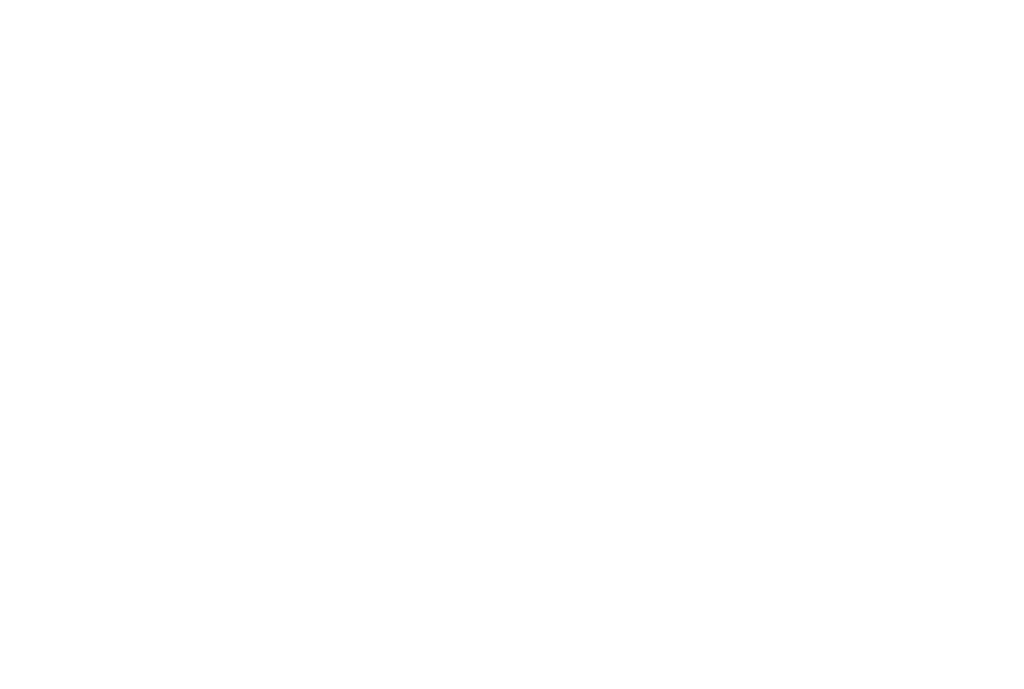
<source format=kicad_pcb>
(kicad_pcb (version 20210722) (generator pcbnew)

  (general
    (thickness 1.6)
  )

  (paper "A4")
  (layers
    (0 "F.Cu" signal)
    (31 "B.Cu" signal)
    (32 "B.Adhes" user "B.Adhesive")
    (33 "F.Adhes" user "F.Adhesive")
    (34 "B.Paste" user)
    (35 "F.Paste" user)
    (36 "B.SilkS" user "B.Silkscreen")
    (37 "F.SilkS" user "F.Silkscreen")
    (38 "B.Mask" user)
    (39 "F.Mask" user)
    (40 "Dwgs.User" user "User.Drawings")
    (41 "Cmts.User" user "User.Comments")
    (42 "Eco1.User" user "User.Eco1")
    (43 "Eco2.User" user "User.Eco2")
    (44 "Edge.Cuts" user)
    (45 "Margin" user)
    (46 "B.CrtYd" user "B.Courtyard")
    (47 "F.CrtYd" user "F.Courtyard")
    (48 "B.Fab" user)
    (49 "F.Fab" user)
  )

  (setup
    (stackup
      (layer "F.SilkS" (type "Top Silk Screen"))
      (layer "F.Paste" (type "Top Solder Paste"))
      (layer "F.Mask" (type "Top Solder Mask") (color "Green") (thickness 0.01))
      (layer "F.Cu" (type "copper") (thickness 0.035))
      (layer "dielectric 1" (type "core") (thickness 1.51) (material "FR4") (epsilon_r 4.5) (loss_tangent 0.02))
      (layer "B.Cu" (type "copper") (thickness 0.035))
      (layer "B.Mask" (type "Bottom Solder Mask") (color "Green") (thickness 0.01))
      (layer "B.Paste" (type "Bottom Solder Paste"))
      (layer "B.SilkS" (type "Bottom Silk Screen"))
      (copper_finish "None")
      (dielectric_constraints no)
    )
    (pad_to_mask_clearance 0.1)
    (solder_mask_min_width 0.25)
    (pcbplotparams
      (layerselection 0x00010fc_ffffffff)
      (disableapertmacros false)
      (usegerberextensions false)
      (usegerberattributes true)
      (usegerberadvancedattributes true)
      (creategerberjobfile true)
      (svguseinch false)
      (svgprecision 6)
      (excludeedgelayer true)
      (plotframeref false)
      (viasonmask false)
      (mode 1)
      (useauxorigin false)
      (hpglpennumber 1)
      (hpglpenspeed 20)
      (hpglpendiameter 15.000000)
      (dxfpolygonmode true)
      (dxfimperialunits true)
      (dxfusepcbnewfont true)
      (psnegative false)
      (psa4output false)
      (plotreference true)
      (plotvalue true)
      (plotinvisibletext false)
      (sketchpadsonfab false)
      (subtractmaskfromsilk false)
      (outputformat 1)
      (mirror false)
      (drillshape 1)
      (scaleselection 1)
      (outputdirectory "")
    )
  )

  (net 0 "")

  (gr_line (start 345 122) (end 347 120) (layer "Cmts.User") (width 0.5) (tstamp 00259ea5-e2a1-4029-966e-2a791e72d23a))
  (gr_line (start 527 2) (end 529 0) (layer "Cmts.User") (width 0.5) (tstamp 0172899d-83e7-4247-868e-9551ce2b375e))
  (gr_line (start 417 60) (end 427 50) (layer "Cmts.User") (width 0.5) (tstamp 01e09d97-3bcd-49d1-91ff-3ba85f00d25f))
  (gr_line (start 300 40) (end 440 40) (layer "Cmts.User") (width 1) (tstamp 02542722-e6be-4804-8082-8f90239a2c94))
  (gr_line (start 359 130) (end 361 128) (layer "Cmts.User") (width 0.5) (tstamp 0279889b-c51c-42e1-aa63-5c6719ac1025))
  (gr_line (start 300 123) (end 303 120) (layer "Cmts.User") (width 0.5) (tstamp 03cff9a7-131a-4f9c-b59a-e3fcbde165a4))
  (gr_line (start 305 10) (end 315 0) (layer "Cmts.User") (width 0.5) (tstamp 053b7a75-62d9-47ae-b26c-d7af38096817))
  (gr_line (start 389 52) (end 391 50) (layer "Cmts.User") (width 0.5) (tstamp 054ab781-eb6c-4f23-9513-15731dd21c26))
  (gr_line (start 375 122) (end 377 120) (layer "Cmts.User") (width 0.5) (tstamp 05bec156-0866-48b5-be1c-50e4e9c521a8))
  (gr_line (start 450 5) (end 455 0) (layer "Cmts.User") (width 0.5) (tstamp 05d5b7d0-a0ab-4d70-9884-931bae645126))
  (gr_line (start 450 66) (end 590 66) (layer "Cmts.User") (width 1) (tstamp 061af6b9-f98e-4177-b15d-2f7dc7128fa6))
  (gr_line (start 385 10) (end 387 8) (layer "Cmts.User") (width 0.5) (tstamp 06285218-fa0a-4f60-8343-387ef919e07a))
  (gr_line (start 371 2) (end 373 0) (layer "Cmts.User") (width 0.5) (tstamp 06f542df-4a0b-4f61-b610-dbbcd5c372ce))
  (gr_line (start 549 10) (end 559 0) (layer "Cmts.User") (width 0.5) (tstamp 076cb126-3556-49de-a57b-dca7d7673065))
  (gr_line (start 545 10) (end 555 0) (layer "Cmts.User") (width 0.5) (tstamp 07bf3f7b-7b60-4152-a71e-c0d375b1d191))
  (gr_line (start 349 122) (end 351 120) (layer "Cmts.User") (width 0.5) (tstamp 0819ac99-1bbe-41b5-bc8a-25c59baedb3f))
  (gr_line (start 413 10) (end 423 0) (layer "Cmts.User") (width 0.5) (tstamp 08d9277a-cffe-4e97-b748-9dcc98be755f))
  (gr_line (start 450 9) (end 459 0) (layer "Cmts.User") (width 0.5) (tstamp 09d497ef-7ecb-4354-8638-f2bb50244c6e))
  (gr_line (start 329 130) (end 339 120) (layer "Cmts.User") (width 0.5) (tstamp 09e353a2-f386-40ea-bb0a-e4eb9949658f))
  (gr_line (start 435 60) (end 440 55) (layer "Cmts.User") (width 0.5) (tstamp 0a24e4a7-c4e7-470d-805a-a57decaff7e4))
  (gr_line (start 317 60) (end 327 50) (layer "Cmts.User") (width 0.5) (tstamp 0a7d4ed1-d318-43c7-9abd-6b52efc7e981))
  (gr_line (start 371 122) (end 373 120) (layer "Cmts.User") (width 0.5) (tstamp 0b1aaad7-d99f-4129-9d9d-b908a523c65c))
  (gr_line (start 555 10) (end 565 0) (layer "Cmts.User") (width 0.5) (tstamp 0be7c2bf-34f4-47ba-8ef4-65b3d8c14f0a))
  (gr_line (start 505 10) (end 507 8) (layer "Cmts.User") (width 0.5) (tstamp 0c244692-697d-4e13-9318-e72fae96e45f))
  (gr_line (start 341 60) (end 343 58) (layer "Cmts.User") (width 0.5) (tstamp 0cb06b25-9412-4071-a1d5-ad1d16f11142))
  (gr_line (start 355 60) (end 357 58) (layer "Cmts.User") (width 0.5) (tstamp 0cdceba8-9a90-42b5-b822-507a62312487))
  (gr_line (start 319 10) (end 329 0) (layer "Cmts.User") (width 0.5) (tstamp 0cf2d32e-b68b-4a57-8258-63cedcb84580))
  (gr_line (start 415 130) (end 425 120) (layer "Cmts.User") (width 0.5) (tstamp 0dc141b4-a074-4b2d-af8e-ead5425b8ff5))
  (gr_line (start 300 110) (end 440 110) (layer "Cmts.User") (width 1) (tstamp 0ed33b22-2256-4a46-a97a-43ea949a0c10))
  (gr_line (start 533 10) (end 535 8) (layer "Cmts.User") (width 0.5) (tstamp 0ee612d3-2330-455d-8e5f-7879b0436546))
  (gr_line (start 561 10) (end 571 0) (layer "Cmts.User") (width 0.5) (tstamp 1099669c-50dc-4b37-96a1-b9f0d5b2c573))
  (gr_line (start 411 130) (end 421 120) (layer "Cmts.User") (width 0.5) (tstamp 10dc6adc-0669-4c49-8744-9fde08741098))
  (gr_line (start 483 10) (end 493 0) (layer "Cmts.User") (width 0.5) (tstamp 11a6e7d1-21e5-4a2c-b235-63030f386553))
  (gr_line (start 333 60) (end 343 50) (layer "Cmts.User") (width 0.5) (tstamp 11e14c66-5405-4857-92e9-6c1e5373a3da))
  (gr_line (start 542 3) (end 545 0) (layer "Cmts.User") (width 0.5) (tstamp 11fbff60-0fd0-41ea-a1f1-eb865c72350f))
  (gr_line (start 403 130) (end 413 120) (layer "Cmts.User") (width 0.5) (tstamp 1260d4c9-a448-458b-a0bd-986563cc709e))
  (gr_line (start 401 60) (end 411 50) (layer "Cmts.User") (width 0.5) (tstamp 1344f141-bfe1-4fbe-9e0b-923cb424d65c))
  (gr_line (start 433 130) (end 440 123) (layer "Cmts.User") (width 0.5) (tstamp 13fed813-192d-4276-bd62-58a1ff99c15b))
  (gr_line (start 353 60) (end 355 58) (layer "Cmts.User") (width 0.5) (tstamp 1627be80-1ee4-42c8-b6e9-6f46f7c5650e))
  (gr_line (start 401 122) (end 403 120) (layer "Cmts.User") (width 0.5) (tstamp 169d6a23-b75d-4baf-9f6e-21a1fcb5a3b5))
  (gr_line (start 454 -10) (end 466 -10) (layer "Cmts.User") (width 1) (tstamp 17938af1-3137-4406-aa38-39cea557b338))
  (gr_line (start 387 122) (end 389 120) (layer "Cmts.User") (width 0.5) (tstamp 17c132c2-2566-4702-b252-40cbca3f3cbf))
  (gr_line (start 379 52) (end 381 50) (layer "Cmts.User") (width 0.5) (tstamp 18bab767-c883-416f-bbb5-6caf7f377466))
  (gr_line (start 519 2) (end 521 0) (layer "Cmts.User") (width 0.5) (tstamp 196b321f-771e-493c-bff8-ea3db1f5e0fa))
  (gr_line (start 335 10) (end 345 0) (layer "Cmts.User") (width 0.5) (tstamp 19b0fbef-c496-4c5c-810d-d9434f2502a7))
  (gr_line (start 391 60) (end 393 58) (layer "Cmts.User") (width 0.5) (tstamp 19b2b7fd-11ef-48ff-b77d-8f5769b91915))
  (gr_line (start 359 2) (end 361 0) (layer "Cmts.User") (width 0.5) (tstamp 19cb6196-6790-4eb3-bdec-87da3faf0793))
  (gr_line (start 345 10) (end 349 6) (layer "Cmts.User") (width 0.5) (tstamp 1a5e3f33-9603-4103-be10-ea240877d353))
  (gr_line (start 463 10) (end 473 0) (layer "Cmts.User") (width 0.5) (tstamp 1a9a313c-20d6-470c-9e0c-504211ea7427))
  (gr_line (start 311 60) (end 321 50) (layer "Cmts.User") (width 0.5) (tstamp 1aa96686-8edb-4ac4-bc06-a377cd320363))
  (gr_line (start 345 130) (end 347 128) (layer "Cmts.User") (width 0.5) (tstamp 1d20fa21-5d1f-47c8-a1f9-1b0d1527bf9c))
  (gr_line (start 383 60) (end 385 58) (layer "Cmts.User") (width 0.5) (tstamp 1f4f476e-ea8c-4661-8db9-a0b80ee3f3e4))
  (gr_line (start 466 -10) (end 460 -20) (layer "Cmts.User") (width 1) (tstamp 1f4fd659-2720-4945-97ae-95e0cb9bb034))
  (gr_line (start 300 127) (end 307 120) (layer "Cmts.User") (width 0.5) (tstamp 1f953f94-1ed6-4eca-8664-c488948e72dd))
  (gr_line (start 349 52) (end 351 50) (layer "Cmts.User") (width 0.5) (tstamp 2086a893-1d5a-4b6f-926e-b9afbae0a2ef))
  (gr_line (start 373 2) (end 375 0) (layer "Cmts.User") (width 0.5) (tstamp 217b9fb7-5487-4536-81f6-b1d1bacc7868))
  (gr_line (start 425 130) (end 435 120) (layer "Cmts.User") (width 0.5) (tstamp 21fad72a-61c4-4617-afe6-79b3f0955c7f))
  (gr_line (start 365 52) (end 367 50) (layer "Cmts.User") (width 0.5) (tstamp 22e8fe11-89fa-4778-b866-dbb0fec3d156))
  (gr_line (start 303 60) (end 313 50) (layer "Cmts.User") (width 0.5) (tstamp 232a97f5-73f8-4872-bb9d-ba6b2f9b869d))
  (gr_line (start 557 10) (end 567 0) (layer "Cmts.User") (width 0.5) (tstamp 237f50cd-7b7f-49ee-a8d4-45dd9386828f))
  (gr_line (start 397 122) (end 399 120) (layer "Cmts.User") (width 0.5) (tstamp 23a3f28f-6b00-4517-a4d2-25a80a9e8960))
  (gr_line (start 365 2) (end 367 0) (layer "Cmts.User") (width 0.5) (tstamp 252481c2-cdcf-4518-bea5-3a535e1443b4))
  (gr_line (start 429 130) (end 439 120) (layer "Cmts.User") (width 0.5) (tstamp 254a3070-8de8-4067-b6b2-eb4a4470f345))
  (gr_line (start 391 10) (end 401 0) (layer "Cmts.User") (width 0.5) (tstamp 2564fbf3-6904-46fd-8815-2aaf0768194f))
  (gr_line (start 333 130) (end 339 124) (layer "Cmts.User") (width 0.5) (tstamp 26825e72-7246-411e-b243-ff2bbe499bab))
  (gr_line (start 413 130) (end 423 120) (layer "Cmts.User") (width 0.5) (tstamp 26b35bc2-ec00-4625-9f7b-619a01656c40))
  (gr_line (start 337 130) (end 339 128) (layer "Cmts.User") (width 0.5) (tstamp 27450dfb-8ac6-4e55-b992-02eab250b2a1))
  (gr_line (start 369 52) (end 371 50) (layer "Cmts.User") (width 0.5) (tstamp 293e73c0-e39f-4221-87fe-0050e7650900))
  (gr_line (start 387 10) (end 389 8) (layer "Cmts.User") (width 0.5) (tstamp 2a6af3a2-6886-48eb-8a6a-c1b502e3fac6))
  (gr_line (start 300 120) (end 440 120) (layer "Cmts.User") (width 1) (tstamp 2a896c3a-00c5-4f86-bdd2-02e718be08ee))
  (gr_line (start 300 175) (end 300 120) (layer "Cmts.User") (width 1) (tstamp 2a8c407a-299c-47a6-a922-924b361b2ba8))
  (gr_line (start 359 60) (end 361 58) (layer "Cmts.User") (width 0.5) (tstamp 2af62602-37ef-4997-a1f8-a92c1fd57c32))
  (gr_line (start 481 10) (end 491 0) (layer "Cmts.User") (width 0.5) (tstamp 2ceee88e-4387-42e3-9103-67ce485861c5))
  (gr_line (start 337 10) (end 347 0) (layer "Cmts.User") (width 0.5) (tstamp 2e3277e6-d03a-4e5d-be1d-86f642ccad15))
  (gr_line (start 495 10) (end 498 7) (layer "Cmts.User") (width 0.5) (tstamp 2e6733e6-ad02-43f0-89af-41e931d2cf40))
  (gr_line (start 487 10) (end 497 0) (layer "Cmts.User") (width 0.5) (tstamp 2ed61156-3405-4468-a244-2e1d7237c425))
  (gr_line (start 353 10) (end 355 8) (layer "Cmts.User") (width 0.5) (tstamp 2f12b5f8-cb2f-4d23-a452-9472b0194186))
  (gr_line (start 375 60) (end 377 58) (layer "Cmts.User") (width 0.5) (tstamp 30338c18-92b5-4eec-bd86-332463348453))
  (gr_line (start 433 10) (end 440 3) (layer "Cmts.User") (width 0.5) (tstamp 30789c58-649f-4fe8-a909-e9036ce74bee))
  (gr_line (start 315 60) (end 325 50) (layer "Cmts.User") (width 0.5) (tstamp 30be39a0-44e7-4c50-b848-37832187efb1))
  (gr_line (start 517 10) (end 519 8) (layer "Cmts.User") (width 0.5) (tstamp 316e8465-6892-49d4-ae43-28d2b60d1080))
  (gr_line (start 590 66) (end 590 0) (layer "Cmts.User") (width 1) (tstamp 32b741cb-c0aa-4cfb-ad9f-4ad31f0e020d))
  (gr_line (start 315 130) (end 325 120) (layer "Cmts.User") (width 0.5) (tstamp 32c9d2c3-3ec5-450b-92bc-3a0d157a0db4))
  (gr_line (start 383 10) (end 385 8) (layer "Cmts.User") (width 0.5) (tstamp 32efc620-5e3b-432f-81cb-f169b8b584e6))
  (gr_line (start 379 2) (end 381 0) (layer "Cmts.User") (width 0.5) (tstamp 33306c1b-299c-4de4-a00b-3d4d57215162))
  (gr_line (start 365 60) (end 367 58) (layer "Cmts.User") (width 0.5) (tstamp 33418118-2931-45bc-a534-d31cbf0c1f03))
  (gr_line (start 509 10) (end 511 8) (layer "Cmts.User") (width 0.5) (tstamp 335d4e0f-fbf5-466f-9361-02fe50a56930))
  (gr_line (start 397 52) (end 399 50) (layer "Cmts.User") (width 0.5) (tstamp 339ffe9c-4cae-4e04-b1b1-a5418e1aac54))
  (gr_line (start 300 55) (end 305 50) (layer "Cmts.User") (width 0.5) (tstamp 34f13e9f-324c-4410-a0d8-202f7838ff3d))
  (gr_line (start 300 9) (end 309 0) (layer "Cmts.User") (width 0.5) (tstamp 36997058-b931-483d-b60d-b0870a60f8b5))
  (gr_line (start 349 60) (end 351 58) (layer "Cmts.User") (width 0.5) (tstamp 37648238-bcbe-4b33-ae58-beafba7a5afe))
  (gr_line (start 300 3) (end 303 0) (layer "Cmts.User") (width 0.5) (tstamp 379421b1-73f6-4e01-b754-b4e5d5b34fa8))
  (gr_line (start 389 10) (end 399 0) (layer "Cmts.User") (width 0.5) (tstamp 38892f3d-72fb-4fb4-a3d1-f67e87372385))
  (gr_line (start 357 10) (end 359 8) (layer "Cmts.User") (width 0.5) (tstamp 390c4667-9d13-4347-9195-9af58e96cd40))
  (gr_line (start 523 2) (end 525 0) (layer "Cmts.User") (width 0.5) (tstamp 39409175-0b70-4af4-90fc-11327f968c4b))
  (gr_line (start 300 10) (end 440 10) (layer "Cmts.User") (width 1) (tstamp 39459d12-3da7-4234-9aad-9f0c7896505d))
  (gr_line (start 357 130) (end 359 128) (layer "Cmts.User") (width 0.5) (tstamp 3b3537f4-a0e0-4d59-9dc0-21f1cd1b4918))
  (gr_line (start 321 10) (end 331 0) (layer "Cmts.User") (width 0.5) (tstamp 3b375a1d-72a9-41d1-a7f5-2701c0e358dd))
  (gr_line (start 575 10) (end 585 0) (layer "Cmts.User") (width 0.5) (tstamp 3beda8a5-47fb-4d0b-a6ac-8406dfaff88c))
  (gr_line (start 349 130) (end 351 128) (layer "Cmts.User") (width 0.5) (tstamp 3c21109a-1b71-4348-9ce8-c3b23a29e17a))
  (gr_line (start 503 10) (end 505 8) (layer "Cmts.User") (width 0.5) (tstamp 3c2ae7cc-9167-4a39-b068-9a18e49ab9ea))
  (gr_line (start 300 125) (end 305 120) (layer "Cmts.User") (width 0.5) (tstamp 3c2ea4f6-ac16-44b3-8729-779a2d77bd18))
  (gr_line (start 415 60) (end 425 50) (layer "Cmts.User") (width 0.5) (tstamp 3c526292-903f-4917-979c-dca9e98ca07f))
  (gr_line (start 323 130) (end 333 120) (layer "Cmts.User") (width 0.5) (tstamp 3cd9b05c-54c6-467a-8c7c-dfaa95d6464b))
  (gr_line (start 409 130) (end 419 120) (layer "Cmts.User") (width 0.5) (tstamp 3d591359-0eaf-4d89-9474-a8ce0bbaf27f))
  (gr_line (start 347 130) (end 349 128) (layer "Cmts.User") (width 0.5) (tstamp 3d6efdc9-6a8f-4ce0-a830-4605f8e7e280))
  (gr_line (start 300 57) (end 307 50) (layer "Cmts.User") (width 0.5) (tstamp 3d9cc266-33ea-4077-9b22-521a9e0ca955))
  (gr_line (start 363 2) (end 365 0) (layer "Cmts.User") (width 0.5) (tstamp 3f44f377-68fe-47dd-8821-655cd5c8dd38))
  (gr_line (start 363 130) (end 365 128) (layer "Cmts.User") (width 0.5) (tstamp 415c6edd-0ece-4cbf-a180-0a645c5a2387))
  (gr_line (start 507 2) (end 509 0) (layer "Cmts.User") (width 0.5) (tstamp 41629a8b-7fb6-4410-a62a-e0a47a9d6209))
  (gr_line (start 359 10) (end 361 8) (layer "Cmts.User") (width 0.5) (tstamp 4182b4b9-d27f-4d2e-a11e-2a7c79f5f79a))
  (gr_line (start 513 2) (end 515 0) (layer "Cmts.User") (width 0.5) (tstamp 41ceeabc-275f-46b3-82b6-c37af78498d8))
  (gr_line (start 419 60) (end 429 50) (layer "Cmts.User") (width 0.5) (tstamp 423097a1-93cd-4d1e-92c0-bd2ba05f7752))
  (gr_line (start 397 60) (end 407 50) (layer "Cmts.User") (width 0.5) (tstamp 425fab39-3e21-4f4b-aa1e-97abcc708820))
  (gr_line (start 587 10) (end 590 7) (layer "Cmts.User") (width 0.5) (tstamp 42def250-1654-4860-aef4-dd4a7b3c5994))
  (gr_line (start 499 10) (end 501 8) (layer "Cmts.User") (width 0.5) (tstamp 43de2d91-6e83-45db-9789-bd26b73c956b))
  (gr_line (start 313 60) (end 323 50) (layer "Cmts.User") (width 0.5) (tstamp 4471c222-3fef-4cbd-bccf-701723fff891))
  (gr_line (start 357 52) (end 359 50) (layer "Cmts.User") (width 0.5) (tstamp 44b7c458-001e-4957-92a0-4b42c43ef75d))
  (gr_line (start 395 130) (end 397 128) (layer "Cmts.User") (width 0.5) (tstamp 457f5da6-5f4f-4f6e-a249-1b6d676cb177))
  (gr_line (start 517 2) (end 519 0) (layer "Cmts.User") (width 0.5) (tstamp 486a40bd-a349-4197-841c-b97924cebf26))
  (gr_line (start 389 60) (end 391 58) (layer "Cmts.User") (width 0.5) (tstamp 48a401b7-c9a6-46e5-89dc-b1a89847c537))
  (gr_line (start 361 122) (end 363 120) (layer "Cmts.User") (width 0.5) (tstamp 48ba193c-0dc9-43ba-b721-29700cd1f0ac))
  (gr_line (start 537 10) (end 539 8) (layer "Cmts.User") (width 0.5) (tstamp 49d5951e-fe69-4088-a2a5-cfa60399c0e9))
  (gr_line (start 331 60) (end 341 50) (layer "Cmts.User") (width 0.5) (tstamp 49ef2edb-570b-42e2-b981-32d2416f2c26))
  (gr_line (start 327 130) (end 337 120) (layer "Cmts.User") (width 0.5) (tstamp 4b70eade-2f8f-4976-b061-011cdb43de8d))
  (gr_line (start 543 10) (end 553 0) (layer "Cmts.User") (width 0.5) (tstamp 4bb3e2f5-3283-4dff-8816-c9c174ac7997))
  (gr_line (start 391 122) (end 393 120) (layer "Cmts.User") (width 0.5) (tstamp 4c5c9cf6-edad-4d2c-9ade-a702c0995dc5))
  (gr_line (start 450 66) (end 450 0) (layer "Cmts.User") (width 1) (tstamp 4c904479-ecc5-4c97-bbbf-82a649805711))
  (gr_line (start 529 2) (end 531 0) (layer "Cmts.User") (width 0.5) (tstamp 4d1ef949-6e57-4512-91e2-1122c5021375))
  (gr_line (start 387 130) (end 389 128) (layer "Cmts.User") (width 0.5) (tstamp 4d63d98c-cdf6-44fa-98a4-0c9a26cdd25d))
  (gr_line (start 521 10) (end 523 8) (layer "Cmts.User") (width 0.5) (tstamp 4e3a8e9e-37f9-4d04-b647-5ceea4037c0f))
  (gr_line (start 367 52) (end 369 50) (layer "Cmts.User") (width 0.5) (tstamp 4e7d1f5a-9880-4623-990a-e39c10f49561))
  (gr_line (start 381 130) (end 383 128) (layer "Cmts.User") (width 0.5) (tstamp 4fb5d9c1-9da3-4ffe-96ee-77ab507a6d15))
  (gr_line (start 300 175) (end 440 175) (layer "Cmts.User") (width 1) (tstamp 50429c10-80f5-439e-8284-387938666d8d))
  (gr_line (start 473 10) (end 483 0) (layer "Cmts.User") (width 0.5) (tstamp 50ede1d5-d26f-4bb2-b7ab-eeabcf11f20f))
  (gr_line (start 379 10) (end 381 8) (layer "Cmts.User") (width 0.5) (tstamp 524755e1-f662-43d2-a7e4-e030b27919c5))
  (gr_line (start 531 2) (end 533 0) (layer "Cmts.User") (width 0.5) (tstamp 5291d503-3f85-4c1f-b4dd-d4af1a3bc0fd))
  (gr_line (start 419 130) (end 429 120) (layer "Cmts.User") (width 0.5) (tstamp 53f55757-dcea-4de2-94e0-0abd7461da22))
  (gr_line (start 523 10) (end 525 8) (layer "Cmts.User") (width 0.5) (tstamp 53f6b531-1178-4289-af7c-0f892a88cb9c))
  (gr_line (start 387 52) (end 389 50) (layer "Cmts.User") (width 0.5) (tstamp 54414100-b069-423a-a0f1-b151b005371a))
  (gr_line (start 300 130) (end 440 130) (layer "Cmts.User") (width 1) (tstamp 5552166e-b671-47df-bdf8-1f32b2c2d5cb))
  (gr_line (start 351 130) (end 353 128) (layer "Cmts.User") (width 0.5) (tstamp 56b4b85f-0b30-4dbe-9713-7f9c47f975c1))
  (gr_line (start 385 52) (end 387 50) (layer "Cmts.User") (width 0.5) (tstamp 5763c7a4-be49-474c-bc0c-12ae2e9ca87a))
  (gr_line (start 427 60) (end 437 50) (layer "Cmts.User") (width 0.5) (tstamp 57b59031-f69e-49b7-81a7-f04aae238b2e))
  (gr_line (start 385 122) (end 387 120) (layer "Cmts.User") (width 0.5) (tstamp 57d9e979-9d20-4c2d-8d87-2d826bd6ccf9))
  (gr_line (start 381 10) (end 383 8) (layer "Cmts.User") (width 0.5) (tstamp 594417ef-74a6-4161-9496-0d46d06177ed))
  (gr_line (start 371 60) (end 373 58) (layer "Cmts.User") (width 0.5) (tstamp 59a089c5-be84-4ae6-960c-72d3496850a7))
  (gr_line (start 385 2) (end 387 0) (layer "Cmts.User") (width 0.5) (tstamp 5af68083-5df8-4345-a464-e101b98db1d3))
  (gr_line (start 405 60) (end 415 50) (layer "Cmts.User") (width 0.5) (tstamp 5ca994c3-7ccc-4fe6-9743-9c9ee0cb2538))
  (gr_line (start 377 10) (end 379 8) (layer "Cmts.User") (width 0.5) (tstamp 5cebdde3-7fbd-4b9b-af3f-a5546f034138))
  (gr_line (start 319 60) (end 329 50) (layer "Cmts.User") (width 0.5) (tstamp 5d31c6ad-7dbf-4ea8-8bc6-43a9fa60dea9))
  (gr_line (start 407 60) (end 417 50) (layer "Cmts.User") (width 0.5) (tstamp 5eaa15bf-f43b-4727-8fb8-1dbe45831452))
  (gr_line (start 397 130) (end 399 128) (layer "Cmts.User") (width 0.5) (tstamp 5fcaad0c-9fb6-4b1a-b81d-637861f14e0e))
  (gr_line (start 565 10) (end 575 0) (layer "Cmts.User") (width 0.5) (tstamp 601e8f8c-113e-4a02-b3ea-9bad1ecdd8da))
  (gr_line (start 395 52) (end 397 50) (layer "Cmts.User") (width 0.5) (tstamp 6087da9a-4bae-41a4-ae50-a57df4ab13b7))
  (gr_line (start 411 60) (end 421 50) (layer "Cmts.User") (width 0.5) (tstamp 6149342a-ae86-42c0-81ea-8aed0f413fc7))
  (gr_line (start 460 -20) (end 454 -10) (layer "Cmts.User") (width 1) (tstamp 616dd090-b274-4cad-bbe2-024dce00737f))
  (gr_line (start 371 52) (end 373 50) (layer "Cmts.User") (width 0.5) (tstamp 61dd9bc2-0ac4-4af8-bac5-5412f6575350))
  (gr_line (start 581 10) (end 590 1) (layer "Cmts.User") (width 0.5) (tstamp 63301bff-8291-4664-8e5f-9c2b3f222361))
  (gr_line (start 450 10) (end 590 10) (layer "Cmts.User") (width 1) (tstamp 639b1cab-64fb-4413-8451-c7b9f8b55795))
  (gr_line (start 361 60) (end 363 58) (layer "Cmts.User") (width 0.5) (tstamp 63d4d288-123d-4fc7-901e-4525ec909563))
  (gr_line (start 381 122) (end 383 120) (layer "Cmts.User") (width 0.5) (tstamp 64e5fe0d-e179-4e72-a35a-e72e864a36e0))
  (gr_line (start 300 40) (end 300 0) (layer "Cmts.User") (width 1) (tstamp 64f0dac1-f182-4f90-af3a-6539ad00846d))
  (gr_line (start 371 10) (end 373 8) (layer "Cmts.User") (width 0.5) (tstamp 655a3662-3944-41db-8170-eaffb4cfc415))
  (gr_line (start 399 122) (end 401 120) (layer "Cmts.User") (width 0.5) (tstamp 6563f9f1-cfc1-42fd-98df-682551c163d1))
  (gr_line (start 515 10) (end 517 8) (layer "Cmts.User") (width 0.5) (tstamp 6588d7cb-59f0-43e5-be88-fc39c3ea790e))
  (gr_line (start 369 130) (end 371 128) (layer "Cmts.User") (width 0.5) (tstamp 659dcd70-73f8-4e06-ad72-760dab6096ff))
  (gr_line (start 501 10) (end 503 8) (layer "Cmts.User") (width 0.5) (tstamp 65d68168-fd31-4f32-964a-aa155e3b22e9))
  (gr_line (start 365 130) (end 367 128) (layer "Cmts.User") (width 0.5) (tstamp 6632b5f3-2b93-4b7d-b938-483e7d6a7e0f))
  (gr_line (start 391 52) (end 393 50) (layer "Cmts.User") (width 0.5) (tstamp 668790dd-aa97-4c6b-827e-52a027e5b79f))
  (gr_line (start 505 2) (end 507 0) (layer "Cmts.User") (width 0.5) (tstamp 693c7f5b-786b-448c-b4fd-a6ebb28feffc))
  (gr_line (start 300 5) (end 305 0) (layer "Cmts.User") (width 0.5) (tstamp 69597866-896d-4852-9787-63ec973bdafa))
  (gr_line (start 341 130) (end 343 128) (layer "Cmts.User") (width 0.5) (tstamp 69f25fbf-5d60-4720-b740-7dd0bf6fc1a5))
  (gr_line (start 301 60) (end 311 50) (layer "Cmts.User") (width 0.5) (tstamp 69f31597-3657-497b-b003-4d2a0a2d2a1a))
  (gr_line (start 425 60) (end 435 50) (layer "Cmts.User") (width 0.5) (tstamp 6afc0f12-7835-4b25-956f-c6232f1fc2af))
  (gr_line (start 337 60) (end 342 55) (layer "Cmts.User") (width 0.5) (tstamp 6b09dbde-8ad0-4414-a5db-ca066dd9041e))
  (gr_line (start 307 60) (end 317 50) (layer "Cmts.User") (width 0.5) (tstamp 6b2668e5-b518-4a8f-85ab-b3273dd0a5a3))
  (gr_line (start 383 2) (end 385 0) (layer "Cmts.User") (width 0.5) (tstamp 6c9710eb-df1b-4fb9-8482-1d5c06fb0c89))
  (gr_line (start 300 129) (end 309 120) (layer "Cmts.User") (width 0.5) (tstamp 6d4dc8ea-881f-44f6-8fe2-a1e198a0e41f))
  (gr_line (start 300 110) (end 300 50) (layer "Cmts.User") (width 1) (tstamp 6dad25e8-bf2d-4c5e-9dd0-ceb1218bcee6))
  (gr_line (start 427 130) (end 437 120) (layer "Cmts.User") (width 0.5) (tstamp 6e0f41bc-25d2-476d-b006-cb7175902797))
  (gr_line (start 347 60) (end 349 58) (layer "Cmts.User") (width 0.5) (tstamp 6f5ef65a-08a7-41dd-be64-23a83cd9a621))
  (gr_line (start 429 10) (end 439 0) (layer "Cmts.User") (width 0.5) (tstamp 6f657e9b-264b-4e33-a69b-ba35c0e243f3))
  (gr_line (start 450 0) (end 590 0) (layer "Cmts.User") (width 1) (tstamp 7066a59b-cb3f-474a-a308-8d8f1f8ac642))
  (gr_line (start 363 60) (end 365 58) (layer "Cmts.User") (width 0.5) (tstamp 70ed30f8-c774-47d6-a30b-fe305b0af7ef))
  (gr_line (start 329 10) (end 339 0) (layer "Cmts.User") (width 0.5) (tstamp 717ce544-273a-43c1-a2c2-677214a55d98))
  (gr_line (start 413 60) (end 423 50) (layer "Cmts.User") (width 0.5) (tstamp 7182d1e3-2da8-4578-9c5e-8b2290b699d0))
  (gr_line (start 379 130) (end 381 128) (layer "Cmts.User") (width 0.5) (tstamp 73900177-d5af-4f10-9e0f-230aa19742fb))
  (gr_line (start 431 10) (end 440 1) (layer "Cmts.User") (width 0.5) (tstamp 7432cd68-e594-4858-bfe0-af07836a735c))
  (gr_line (start 373 122) (end 375 120) (layer "Cmts.User") (width 0.5) (tstamp 74a89d6a-ef88-410f-bbc4-96dd07d8e7e3))
  (gr_line (start 345 52) (end 347 50) (layer "Cmts.User") (width 0.5) (tstamp 772afce9-5cf6-4db5-8a6f-3515c009e84e))
  (gr_line (start 437 60) (end 440 57) (layer "Cmts.User") (width 0.5) (tstamp 77737bb4-1ccc-4fb1-86cb-13c5e5b7f53b))
  (gr_line (start 309 130) (end 319 120) (layer "Cmts.User") (width 0.5) (tstamp 77fea805-205c-49fb-b7f1-0b6c37b8a1ba))
  (gr_line (start 325 60) (end 335 50) (layer "Cmts.User") (width 0.5) (tstamp 786d39b8-06ea-42c6-94e1-6b5f602682d1))
  (gr_line (start 311 10) (end 321 0) (layer "Cmts.User") (width 0.5) (tstamp 798fc0e1-0e7d-4cd7-a5c3-dc0c786c0510))
  (gr_line (start 343 10) (end 349 4) (layer "Cmts.User") (width 0.5) (tstamp 79ae9d65-8295-49ec-a8d9-4d977f994730))
  (gr_line (start 359 122) (end 361 120) (layer "Cmts.User") (width 0.5) (tstamp 7b777b56-e884-486b-a40f-4b98ec06e06a))
  (gr_line (start 571 10) (end 581 0) (layer "Cmts.User") (width 0.5) (tstamp 7c78c087-a9ec-4d87-8e25-4ab8ec8e73fa))
  (gr_line (start 431 60) (end 440 51) (layer "Cmts.User") (width 0.5) (tstamp 7e374f96-c487-403c-b8a7-ecac14705734))
  (gr_line (start 347 10) (end 349 8) (layer "Cmts.User") (width 0.5) (tstamp 7e3bfb5c-00fe-4d5b-ba71-95be4e2eac7d))
  (gr_line (start 333 10) (end 343 0) (layer "Cmts.User") (width 0.5) (tstamp 7ee1d171-6946-411a-b059-fdf1d68cc5b5))
  (gr_line (start 401 130) (end 411 120) (layer "Cmts.User") (width 0.5) (tstamp 7faf3144-853c-44b8-a1c0-f5b2c31d7a1c))
  (gr_line (start 450 3) (end 453 0) (layer "Cmts.User") (width 0.5) (tstamp 80a5ec45-38b2-4106-91fb-a970d5903f27))
  (gr_line (start 389 2) (end 391 0) (layer "Cmts.User") (width 0.5) (tstamp 816e4a48-fc4b-4677-a1d0-88e9742b4f1d))
  (gr_line (start 457 10) (end 467 0) (layer "Cmts.User") (width 0.5) (tstamp 83db67b9-2ba6-47df-a17d-844320a2477c))
  (gr_line (start 553 10) (end 563 0) (layer "Cmts.User") (width 0.5) (tstamp 840a95d9-18a5-4896-9aa7-10ce76b0c848))
  (gr_line (start 395 122) (end 397 120) (layer "Cmts.User") (width 0.5) (tstamp 8452e839-4c3e-4aa1-aee5-f1fc820d3546))
  (gr_line (start 433 60) (end 440 53) (layer "Cmts.User") (width 0.5) (tstamp 84b4355e-cd71-431a-acc8-7a9892da2cdf))
  (gr_line (start 323 60) (end 333 50) (layer "Cmts.User") (width 0.5) (tstamp 84c7cbb7-cf54-4bad-8425-831ee4400128))
  (gr_line (start 515 2) (end 517 0) (layer "Cmts.User") (width 0.5) (tstamp 85183b34-8cec-4221-9784-e1b56b026565))
  (gr_line (start 423 10) (end 433 0) (layer "Cmts.User") (width 0.5) (tstamp 851d3ecc-c9fe-423a-a428-aadc92277678))
  (gr_line (start 315 10) (end 325 0) (layer "Cmts.User") (width 0.5) (tstamp 8556c9d7-7528-4ca6-a394-8cea0bed6b5c))
  (gr_line (start 301 130) (end 311 120) (layer "Cmts.User") (width 0.5) (tstamp 85e79581-d172-4317-817b-5d9e476fb1c1))
  (gr_line (start 397 10) (end 407 0) (layer "Cmts.User") (width 0.5) (tstamp 871220b4-6d0e-4caf-9332-ee736f7ba7b7))
  (gr_line (start 377 130) (end 379 128) (layer "Cmts.User") (width 0.5) (tstamp 8896cf5a-eb13-4e50-a10c-e58f9ceb9723))
  (gr_line (start 405 10) (end 415 0) (layer "Cmts.User") (width 0.5) (tstamp 89628147-2c33-407a-93a7-5d9f7d7aec70))
  (gr_line (start 335 60) (end 345 50) (layer "Cmts.User") (width 0.5) (tstamp 8a5fcaea-df79-498c-9ba8-5db1b4eeea0d))
  (gr_line (start 440 40) (end 440 0) (layer "Cmts.User") (width 1) (tstamp 8ab5ba40-94cd-4a7a-979d-482560593cbe))
  (gr_line (start 381 60) (end 383 58) (layer "Cmts.User") (width 0.5) (tstamp 8acb3486-51a9-42cc-ad1b-5a71e250fd14))
  (gr_line (start 309 60) (end 319 50) (layer "Cmts.User") (width 0.5) (tstamp 8b5c7955-5e9c-4b22-a755-c8bc5e8d0b6a))
  (gr_line (start 503 2) (end 505 0) (layer "Cmts.User") (width 0.5) (tstamp 8d2693c4-3bec-41c1-b4fa-9bf04f527c2e))
  (gr_line (start 429 60) (end 439 50) (layer "Cmts.User") (width 0.5) (tstamp 8d98813b-1782-4f63-ac66-a422f9da648f))
  (gr_line (start 425 10) (end 435 0) (layer "Cmts.User") (width 0.5) (tstamp 8ebed359-25a5-47e8-8055-9a3ce5c58656))
  (gr_line (start 300 59) (end 309 50) (layer "Cmts.User") (width 0.5) (tstamp 90043231-f7ca-4076-b5fa-968158a4fdde))
  (gr_line (start 369 60) (end 371 58) (layer "Cmts.User") (width 0.5) (tstamp 9114fb9f-58a9-4fff-a801-0c58eb63ffe0))
  (gr_line (start 435 10) (end 440 5) (layer "Cmts.User") (width 0.5) (tstamp 9123939f-ba5d-4f88-b641-63aa5cf3ad3a))
  (gr_line (start 379 60) (end 381 58) (layer "Cmts.User") (width 0.5) (tstamp 9128fb49-1439-4002-9d90-68dcdc41d263))
  (gr_line (start 369 2) (end 371 0) (layer "Cmts.User") (width 0.5) (tstamp 91a083f0-b29a-4a50-a901-1998b2b04022))
  (gr_line (start 527 10) (end 529 8) (layer "Cmts.User") (width 0.5) (tstamp 91fcd343-1180-43d9-b59f-92bfdc79326a))
  (gr_line (start 451 10) (end 461 0) (layer "Cmts.User") (width 0.5) (tstamp 9255810f-1707-4282-8fc9-fef9df7aa1ff))
  (gr_line (start 401 126) (end 407 120) (layer "Cmts.User") (width 0.5) (tstamp 92ef997a-e41e-4c76-830d-4cc14ff3ee0e))
  (gr_line (start 367 2) (end 369 0) (layer "Cmts.User") (width 0.5) (tstamp 9303dd2d-d6fc-4768-9536-c21300bffd20))
  (gr_line (start 383 122) (end 385 120) (layer "Cmts.User") (width 0.5) (tstamp 93645ab1-5b13-4a24-935d-3617d2682fc3))
  (gr_line (start 373 10) (end 375 8) (layer "Cmts.User") (width 0.5) (tstamp 94885e49-4fd1-4603-b41b-553090ff2e88))
  (gr_line (start 339 10) (end 349 0) (layer "Cmts.User") (width 0.5) (tstamp 94ed627c-3e05-4755-9bce-ea96836fc1b3))
  (gr_line (start 417 130) (end 427 120) (layer "Cmts.User") (width 0.5) (tstamp 951e36be-a9dd-421b-8213-e1258a84cce3))
  (gr_line (start 399 60) (end 409 50) (layer "Cmts.User") (width 0.5) (tstamp 95589d8d-8016-4c74-b97d-4690e8504910))
  (gr_line (start 423 60) (end 433 50) (layer "Cmts.User") (width 0.5) (tstamp 9596580f-86fb-40db-89fd-5ee7d620e440))
  (gr_line (start 389 122) (end 391 120) (layer "Cmts.User") (width 0.5) (tstamp 997ec6f8-1316-4ced-9820-5ec27e87c00e))
  (gr_line (start 399 10) (end 409 0) (layer "Cmts.User") (width 0.5) (tstamp 99f88987-c603-4519-bcd9-6b9cd96be8e1))
  (gr_line (start 475 10) (end 485 0) (layer "Cmts.User") (width 0.5) (tstamp 9a49c4af-5ddc-4075-aec1-8a034cba8364))
  (gr_line (start 300 50) (end 440 50) (layer "Cmts.User") (width 1) (tstamp 9a4a3ee7-9c7a-4a87-8ff2-760f8b411ed3))
  (gr_line (start 373 60) (end 375 58) (layer "Cmts.User") (width 0.5) (tstamp 9aede0e1-4d77-4e22-9ce1-1d04792ea9ef))
  (gr_line (start 353 130) (end 355 128) (layer "Cmts.User") (width 0.5) (tstamp 9afdba5e-ee55-48f5-b433-fef8bc4076fe))
  (gr_line (start 567 10) (end 577 0) (layer "Cmts.User") (width 0.5) (tstamp 9b02de99-f2f7-44c5-a91a-151b33b749e0))
  (gr_line (start 450 7) (end 457 0) (layer "Cmts.User") (width 0.5) (tstamp 9cdc5003-9b9b-4785-bfa8-28fba0931fa3))
  (gr_line (start 507 10) (end 509 8) (layer "Cmts.User") (width 0.5) (tstamp 9d0adff0-e8a0-407e-8aaf-b9d44f880c44))
  (gr_line (start 313 130) (end 323 120) (layer "Cmts.User") (width 0.5) (tstamp 9d9ef1a4-5c8b-4fe3-9530-6d16050b6c86))
  (gr_line (start 427 10) (end 437 0) (layer "Cmts.User") (width 0.5) (tstamp 9db23adc-bb40-4dcb-935d-b959d798322f))
  (gr_line (start 385 130) (end 387 128) (layer "Cmts.User") (width 0.5) (tstamp 9dbe098a-022f-49ea-9bd4-2606b4e5b7d0))
  (gr_line (start 300 53) (end 303 50) (layer "Cmts.User") (width 0.5) (tstamp 9ddd3d6d-086d-4563-97b3-7efbab85c6a2))
  (gr_line (start 577 10) (end 587 0) (layer "Cmts.User") (width 0.5) (tstamp 9e29c968-7d55-4964-8cc8-bebfd7546755))
  (gr_line (start 537 2) (end 539 0) (layer "Cmts.User") (width 0.5) (tstamp a0cf9a72-0c68-4302-8b39-89f82a3b5b2e))
  (gr_line (start 329 60) (end 339 50) (layer "Cmts.User") (width 0.5) (tstamp a15b5cd3-5c51-4e9f-a7c5-8ad90a3c7dbe))
  (gr_line (start 353 2) (end 355 0) (layer "Cmts.User") (width 0.5) (tstamp a184b766-8fbc-4a2e-acbf-610aeca396a4))
  (gr_line (start 341 10) (end 351 0) (layer "Cmts.User") (width 0.5) (tstamp a191e7ee-658f-4dbe-85f3-0505fb3a66a0))
  (gr_line (start 305 60) (end 315 50) (layer "Cmts.User") (width 0.5) (tstamp a1f9472f-f866-4433-b87d-75f2b39b83ad))
  (gr_line (start 395 60) (end 405 50) (layer "Cmts.User") (width 0.5) (tstamp a240be00-2a65-406e-973e-a2bb96da2a20))
  (gr_line (start 353 52) (end 355 50) (layer "Cmts.User") (width 0.5) (tstamp a2a13e34-4e91-4330-98b4-52540801a867))
  (gr_line (start 389 130) (end 391 128) (layer "Cmts.User") (width 0.5) (tstamp a357faaf-47cd-460a-92b2-f9082d1bc28e))
  (gr_line (start 317 10) (end 327 0) (layer "Cmts.User") (width 0.5) (tstamp a3aef755-41c0-4dfd-84f7-5b05041a0c9d))
  (gr_line (start 513 10) (end 515 8) (layer "Cmts.User") (width 0.5) (tstamp a3f03673-5456-459f-bbf3-9dd0c9030b54))
  (gr_line (start 373 52) (end 375 50) (layer "Cmts.User") (width 0.5) (tstamp a640fa28-42a7-471b-8aaa-9592c4c95fef))
  (gr_line (start 365 10) (end 367 8) (layer "Cmts.User") (width 0.5) (tstamp a686037e-08e9-4c88-8385-23ddd066d708))
  (gr_line (start 409 60) (end 419 50) (layer "Cmts.User") (width 0.5) (tstamp a692bf64-8c1e-4b11-a299-362050d742ff))
  (gr_line (start 395 10) (end 405 0) (layer "Cmts.User") (width 0.5) (tstamp a6a8389e-c450-40e0-8f59-3bbe9834493c))
  (gr_line (start 391 130) (end 393 128) (layer "Cmts.User") (width 0.5) (tstamp a6e60c85-285a-48ec-b944-3aec923bf854))
  (gr_line (start 485 10) (end 495 0) (layer "Cmts.User") (width 0.5) (tstamp a701f008-c179-4073-a950-3fe6d59a23b2))
  (gr_line (start 313 10) (end 323 0) (layer "Cmts.User") (width 0.5) (tstamp a7407161-7327-4bfe-8479-b240e2f735ba))
  (gr_line (start 309 10) (end 319 0) (layer "Cmts.User") (width 0.5) (tstamp a76b84da-6f2b-463e-8e01-67604fcf839a))
  (gr_line (start 385 60) (end 387 58) (layer "Cmts.User") (width 0.5) (tstamp a7ff547f-8257-4588-9035-0239416dafb5))
  (gr_line (start 351 52) (end 353 50) (layer "Cmts.User") (width 0.5) (tstamp a820b3cb-5dc3-422f-af36-0beea9e6d03e))
  (gr_circle (center 460 -12) (end 460.3 -12) (layer "Cmts.User") (width 1) (fill none) (tstamp a89a1971-090f-42f2-a04c-11d8754de8d3))
  (gr_line (start 317 130) (end 327 120) (layer "Cmts.User") (width 0.5) (tstamp a991e46a-8bea-45f6-b7ed-d0b2798e8638))
  (gr_line (start 375 2) (end 377 0) (layer "Cmts.User") (width 0.5) (tstamp aa0adfec-d329-4d19-95eb-b81653c6938d))
  (gr_line (start 323 10) (end 333 0) (layer "Cmts.User") (width 0.5) (tstamp aa141ce5-8dcd-4ae0-9bd6-f9dac5341036))
  (gr_line (start 361 52) (end 363 50) (layer "Cmts.User") (width 0.5) (tstamp aa3c3903-8b39-4037-9b99-582f1bd6894e))
  (gr_line (start 461 10) (end 471 0) (layer "Cmts.User") (width 0.5) (tstamp aa653486-f711-48a8-a0ea-0493a5824e8e))
  (gr_line (start 357 2) (end 359 0) (layer "Cmts.User") (width 0.5) (tstamp abaa83e7-2fff-4b7d-bf2e-b960f79def91))
  (gr_line (start 467 10) (end 477 0) (layer "Cmts.User") (width 0.5) (tstamp ac72acb4-f628-4981-bc4d-c1c2635f5d8b))
  (gr_line (start 363 122) (end 365 120) (layer "Cmts.User") (width 0.5) (tstamp acd14979-559b-4b7e-bf9d-f905f7fe587c))
  (gr_line (start 393 52) (end 395 50) (layer "Cmts.User") (width 0.5) (tstamp ad7ae421-c60d-4e65-8142-1a86a7cd568a))
  (gr_line (start 343 60) (end 345 58) (layer "Cmts.User") (width 0.5) (tstamp ae4f9885-3daf-4b4c-b79b-a4bebdb1f001))
  (gr_line (start 539 2) (end 541 0) (layer "Cmts.User") (width 0.5) (tstamp af8dc795-49ad-4358-bff9-5646242d268d))
  (gr_line (start 300 0) (end 440 0) (layer "Cmts.User") (width 1) (tstamp b083dc13-7039-403b-813a-d2c2f1ccd91f))
  (gr_line (start 367 10) (end 369 8) (layer "Cmts.User") (width 0.5) (tstamp b0e434f0-35d3-4f0a-8589-26a7aae5687f))
  (gr_line (start 361 10) (end 363 8) (layer "Cmts.User") (width 0.5) (tstamp b10b2455-2c9a-4732-8021-e00e04a11c43))
  (gr_line (start 421 130) (end 431 120) (layer "Cmts.User") (width 0.5) (tstamp b13e3511-546b-45f9-a526-5b188b6900e8))
  (gr_line (start 460 -17) (end 460 -14) (layer "Cmts.User") (width 1) (tstamp b19a3bfc-93bb-4614-8ca3-4d057327bfe7))
  (gr_line (start 531 10) (end 533 8) (layer "Cmts.User") (width 0.5) (tstamp b1eb5ed5-3b5c-44a0-a483-89c27231a86f))
  (gr_line (start 415 10) (end 425 0) (layer "Cmts.User") (width 0.5) (tstamp b2263528-ae26-459c-8713-d8ed4f4d2b10))
  (gr_line (start 387 60) (end 389 58) (layer "Cmts.User") (width 0.5) (tstamp b2433be8-488e-4973-a318-c1d0d698bcef))
  (gr_line (start 327 10) (end 337 0) (layer "Cmts.User") (width 0.5) (tstamp b26820a2-5aae-44d4-b6a2-33a11a21cc07))
  (gr_line (start 419 10) (end 429 0) (layer "Cmts.User") (width 0.5) (tstamp b2b8aac8-dcd0-4d0f-be96-9e16481b82c3))
  (gr_line (start 347 122) (end 349 120) (layer "Cmts.User") (width 0.5) (tstamp b2dc2b13-c9f3-41da-8c39-f151551d2485))
  (gr_line (start 361 2) (end 363 0) (layer "Cmts.User") (width 0.5) (tstamp b34b4576-b042-4517-817c-c3d759ac48ec))
  (gr_line (start 563 10) (end 573 0) (layer "Cmts.User") (width 0.5) (tstamp b4100370-c347-406e-ab88-f01581841eeb))
  (gr_line (start 398 53) (end 401 50) (layer "Cmts.User") (width 0.5) (tstamp b41fdb3e-193e-4e1a-9b77-dde4dfe4c722))
  (gr_line (start 339 60) (end 342 57) (layer "Cmts.User") (width 0.5) (tstamp b4646518-4a71-41c7-9a4c-5b8957b510ca))
  (gr_line (start 391 4) (end 395 0) (layer "Cmts.User") (width 0.5) (tstamp b4764cc6-9312-4c0e-aedd-8b30ec667107))
  (gr_line (start 497 10) (end 499 8) (layer "Cmts.User") (width 0.5) (tstamp b4cd7b1a-4afc-4d74-8ce7-9e8015cab453))
  (gr_line (start 535 10) (end 537 8) (layer "Cmts.User") (width 0.5) (tstamp b503ae8a-c293-4b34-b4fc-19fcf7930bea))
  (gr_line (start 300 60) (end 440 60) (layer "Cmts.User") (width 1) (tstamp b57dbb1c-84d7-4627-9f67-d875ab5c4df6))
  (gr_line (start 437 10) (end 440 7) (layer "Cmts.User") (width 0.5) (tstamp b5af5d3a-596e-4bd3-93b4-cb57fb842636))
  (gr_line (start 455 10) (end 465 0) (layer "Cmts.User") (width 0.5) (tstamp b612402b-3826-46ea-b979-3eeca27327d2))
  (gr_line (start 307 10) (end 317 0) (layer "Cmts.User") (width 0.5) (tstamp b6271ced-847d-4564-81ac-723ad0eef812))
  (gr_line (start 351 2) (end 353 0) (layer "Cmts.User") (width 0.5) (tstamp b6d3adf3-ce04-4df6-9835-c91075e47a73))
  (gr_line (start 440 175) (end 440 120) (layer "Cmts.User") (width 1) (tstamp b6d55805-f559-4257-a14e-a3a88816c2ae))
  (gr_line (start 459 10) (end 469 0) (layer "Cmts.User") (width 0.5) (tstamp b7b3f177-76ce-4c1c-9418-124c6519cf71))
  (gr_line (start 363 52) (end 365 50) (layer "Cmts.User") (width 0.5) (tstamp b7ca6441-e40c-4828-a949-1a51c06df52f))
  (gr_line (start 367 130) (end 369 128) (layer "Cmts.User") (width 0.5) (tstamp b8dc0977-a65f-4788-923c-492991544bbe))
  (gr_line (start 417 10) (end 427 0) (layer "Cmts.User") (width 0.5) (tstamp b8e55c54-47de-464d-bb34-5fbfc44fbdc2))
  (gr_line (start 377 52) (end 379 50) (layer "Cmts.User") (width 0.5) (tstamp b9cbd6d2-e1bb-4e97-84dd-067bf24f5352))
  (gr_line (start 383 52) (end 385 50) (layer "Cmts.User") (width 0.5) (tstamp bb0e930e-99e8-4646-b52a-2ffa957c7c96))
  (gr_line (start 409 10) (end 419 0) (layer "Cmts.User") (width 0.5) (tstamp bb2414cb-ce7e-4c7f-98eb-12d891edcde3))
  (gr_line (start 377 60) (end 379 58) (layer "Cmts.User") (width 0.5) (tstamp bb7c9485-3667-4596-9765-2809778a498f))
  (gr_line (start 533 2) (end 535 0) (layer "Cmts.User") (width 0.5) (tstamp bbb8076d-1d9d-4022-8ac1-a732a1c61ed7))
  (gr_line (start 347 52) (end 349 50) (layer "Cmts.User") (width 0.5) (tstamp bc723d99-6e81-4845-8df6-3e058690649f))
  (gr_line (start 573 10) (end 583 0) (layer "Cmts.User") (width 0.5) (tstamp bd47e444-4f2c-4dd3-b767-05b52c559008))
  (gr_line (start 469 10) (end 479 0) (layer "Cmts.User") (width 0.5) (tstamp bfb8d177-2a84-4f44-85ea-aa6692c230ef))
  (gr_line (start 407 130) (end 417 120) (layer "Cmts.User") (width 0.5) (tstamp c0315cc2-fd66-4b5a-be6c-5d2b70176cb3))
  (gr_line (start 539 10) (end 549 0) (layer "Cmts.User") (width 0.5) (tstamp c0962bea-469b-48ba-a886-47411a1992de))
  (gr_line (start 569 10) (end 579 0) (layer "Cmts.User") (width 0.5) (tstamp c10afaaa-c4b9-4d22-a345-027281a9dc38))
  (gr_line (start 509 2) (end 511 0) (layer "Cmts.User") (width 0.5) (tstamp c112af05-f341-4592-979c-936e46f30b07))
  (gr_line (start 521 2) (end 523 0) (layer "Cmts.User") (width 0.5) (tstamp c16ee96d-33a0-401d-be17-c0d43e6ab174))
  (gr_line (start 377 2) (end 379 0) (layer "Cmts.User") (width 0.5) (tstamp c229b110-8f2a-4cbd-b43b-8687158cb996))
  (gr_line (start 393 122) (end 395 120) (layer "Cmts.User") (width 0.5) (tstamp c246ab64-6ae4-4bf5-af1a-6e3a93a742d0))
  (gr_line (start 399 130) (end 409 120) (layer "Cmts.User") (width 0.5) (tstamp c2ad2919-9a8f-4702-b185-ead63aafafe0))
  (gr_line (start 547 10) (end 557 0) (layer "Cmts.User") (width 0.5) (tstamp c38e08b1-25c8-4bb7-8987-ba54c88f7aa0))
  (gr_line (start 511 2) (end 513 0) (layer "Cmts.User") (width 0.5) (tstamp c3cb5058-5786-4fd2-8f11-8140f7b0f831))
  (gr_line (start 440 110) (end 440 50) (layer "Cmts.User") (width 1) (tstamp c500e081-1288-4cb0-ba3c-e3ec6c58bcb7))
  (gr_line (start 359 52) (end 361 50) (layer "Cmts.User") (width 0.5) (tstamp c53ff62b-fe83-495b-8e85-702d217a72bf))
  (gr_line (start 375 10) (end 377 8) (layer "Cmts.User") (width 0.5) (tstamp c5777699-36af-429c-866c-c5631eccfb43))
  (gr_line (start 325 130) (end 335 120) (layer "Cmts.User") (width 0.5) (tstamp c590abbb-4c9e-4fcd-a36d-b570dd118bec))
  (gr_line (start 343 130) (end 345 128) (layer "Cmts.User") (width 0.5) (tstamp c5bdbc8d-fec5-4c79-ad1d-f25a4526348a))
  (gr_line (start 355 130) (end 357 128) (layer "Cmts.User") (width 0.5) (tstamp c68cbc24-ff49-47cb-b3c9-6d9b88815fec))
  (gr_line (start 325 10) (end 335 0) (layer "Cmts.User") (width 0.5) (tstamp c6eced36-a832-4208-b081-048112ed831c))
  (gr_line (start 525 10) (end 527 8) (layer "Cmts.User") (width 0.5) (tstamp c72e6682-e167-4157-84b9-1951ac0bb070))
  (gr_line (start 585 10) (end 590 5) (layer "Cmts.User") (width 0.5) (tstamp c76e27af-eac3-419f-a388-a54a6062a814))
  (gr_line (start 493 10) (end 498 5) (layer "Cmts.User") (width 0.5) (tstamp c7a954bb-44f6-4ad4-a9f3-be17af8c18a6))
  (gr_line (start 391 2) (end 393 0) (layer "Cmts.User") (width 0.5) (tstamp c8ba6731-e4a4-40cc-8107-585282616a43))
  (gr_line (start 559 10) (end 569 0) (layer "Cmts.User") (width 0.5) (tstamp caa1894a-f834-4843-aea5-3d3879c43262))
  (gr_line (start 421 10) (end 431 0) (layer "Cmts.User") (width 0.5) (tstamp cbfa3fb9-0827-4090-92ab-3c8e075a7f34))
  (gr_line (start 431 130) (end 440 121) (layer "Cmts.User") (width 0.5) (tstamp cc7a926c-bd8c-463c-b56d-e2bfd659a9b1))
  (gr_line (start 379 122) (end 381 120) (layer "Cmts.User") (width 0.5) (tstamp ccbc62e9-b22d-4d83-bf49-5f7911042454))
  (gr_line (start 525 2) (end 527 0) (layer "Cmts.User") (width 0.5) (tstamp cdc2ac70-0efd-4171-b3a0-5e2789e11ebc))
  (gr_line (start 541 10) (end 551 0) (layer "Cmts.User") (width 0.5) (tstamp ce2ee141-5533-4330-9662-8967d0d5a85f))
  (gr_line (start 423 130) (end 433 120) (layer "Cmts.User") (width 0.5) (tstamp cf1b4a2d-6d1e-46ca-b798-d63e78d9a02c))
  (gr_line (start 381 52) (end 383 50) (layer "Cmts.User") (width 0.5) (tstamp cf66963e-c57b-4a7b-9495-5be26807db02))
  (gr_line (start 403 10) (end 413 0) (layer "Cmts.User") (width 0.5) (tstamp cfa84fc8-b0d8-4698-9fcb-fc93e14b3dc4))
  (gr_line (start 387 2) (end 389 0) (layer "Cmts.User") (width 0.5) (tstamp cff26d46-2705-4e48-8223-cd612e0f94c4))
  (gr_line (start 303 130) (end 313 120) (layer "Cmts.User") (width 0.5) (tstamp cff862af-f4f6-43af-a06b-4aeb8492f4e2))
  (gr_line (start 367 60) (end 369 58) (layer "Cmts.User") (width 0.5) (tstamp d088c64b-422c-4c24-89e8-d2e43b415921))
  (gr_line (start 357 122) (end 359 120) (layer "Cmts.User") (width 0.5) (tstamp d1d7e013-dee2-43c6-aedd-1eac8e5bf1f1))
  (gr_line (start 341 122) (end 343 120) (layer "Cmts.User") (width 0.5) (tstamp d26ee5ac-6c22-439c-859d-15530e746d2b))
  (gr_line (start 301 10) (end 311 0) (layer "Cmts.User") (width 0.5) (tstamp d35005c5-b29f-4ec5-9d49-bc34b14ed109))
  (gr_line (start 465 10) (end 475 0) (layer "Cmts.User") (width 0.5) (tstamp d37ad9f3-56c0-4bde-924c-1c6d62363ca2))
  (gr_line (start 520 66) (end 520 10) (layer "Cmts.User") (width 1) (tstamp d3d6bcdb-2c9a-4ac8-a4bf-1af50265731f))
  (gr_line (start 583 10) (end 590 3) (layer "Cmts.User") (width 0.5) (tstamp d3d7ac8c-8472-47fd-9a58-a9ec95f8c76e))
  (gr_line (start 331 10) (end 341 0) (layer "Cmts.User") (width 0.5) (tstamp d3ddc6df-040f-4c4d-b8af-06d3ea51a69e))
  (gr_line (start 391 6) (end 397 0) (layer "Cmts.User") (width 0.5) (tstamp d5ff35dc-75fb-4975-b2da-8e56ad0cd420))
  (gr_line (start 393 10) (end 403 0) (layer "Cmts.User") (width 0.5) (tstamp d697cc8a-4e5b-4093-bab6-8892d565355c))
  (gr_line (start 541 2) (end 543 0) (layer "Cmts.User") (width 0.5) (tstamp d7adeeb3-c4c4-4833-aecc-4ae18327e754))
  (gr_line (start 471 10) (end 481 0) (layer "Cmts.User") (width 0.5) (tstamp d863dcd1-75cb-4b35-9b14-a1232d5770ee))
  (gr_line (start 407 10) (end 417 0) (layer "Cmts.User") (width 0.5) (tstamp d9a6a4c0-f685-40e0-8e0e-125a84f989e3))
  (gr_line (start 491 10) (end 501 0) (layer "Cmts.User") (width 0.5) (tstamp da0533f1-52db-472a-b423-d5b75c55dc94))
  (gr_line (start 365 122) (end 367 120) (layer "Cmts.User") (width 0.5) (tstamp da7a49c1-5761-4b3c-9b94-ca00a637f337))
  (gr_line (start 319 130) (end 329 120) (layer "Cmts.User") (width 0.5) (tstamp dad570f7-92d2-4544-b52c-a52b11aa2c3e))
  (gr_line (start 529 10) (end 531 8) (layer "Cmts.User") (width 0.5) (tstamp db6a84c5-3933-447f-ac82-a16afaf49495))
  (gr_line (start 355 10) (end 357 8) (layer "Cmts.User") (width 0.5) (tstamp db977770-ad88-4a49-99a3-4d9e3985dfcc))
  (gr_line (start 327 60) (end 337 50) (layer "Cmts.User") (width 0.5) (tstamp db9c21df-7310-4c78-97bd-eb2241f05fe4))
  (gr_line (start 579 10) (end 589 0) (layer "Cmts.User") (width 0.5) (tstamp dbd34968-f7a9-4a8f-b479-61dacb54b09f))
  (gr_line (start 367 122) (end 369 120) (layer "Cmts.User") (width 0.5) (tstamp dc4add9d-ecba-4c02-b118-93d825449c11))
  (gr_line (start 393 130) (end 395 128) (layer "Cmts.User") (width 0.5) (tstamp dc4d3814-979c-4e67-bec0-af3fb3665081))
  (gr_line (start 377 122) (end 379 120) (layer "Cmts.User") (width 0.5) (tstamp dc5115cb-38ab-424b-a5e8-8d57b3093838))
  (gr_line (start 321 130) (end 331 120) (layer "Cmts.User") (width 0.5) (tstamp dc5a8441-09c0-4650-8d36-ace97f7096a4))
  (gr_line (start 303 10) (end 313 0) (layer "Cmts.User") (width 0.5) (tstamp dc991d89-4795-412c-95e4-06f165171ef2))
  (gr_line (start 353 122) (end 355 120) (layer "Cmts.User") (width 0.5) (tstamp ddcff2d3-348c-443e-a434-7471c52e8de9))
  (gr_line (start 375 52) (end 377 50) (layer "Cmts.User") (width 0.5) (tstamp de8da146-7749-4a59-9dd7-2cbb0778c3ca))
  (gr_line (start 405 130) (end 415 120) (layer "Cmts.User") (width 0.5) (tstamp de9c8dda-ecdc-452c-883b-eeb221dc496b))
  (gr_line (start 403 60) (end 413 50) (layer "Cmts.User") (width 0.5) (tstamp df107c49-456b-4390-8791-08c672a6bc8b))
  (gr_line (start 355 2) (end 357 0) (layer "Cmts.User") (width 0.5) (tstamp dff71292-6b3d-4486-9ce2-0f860353f7a3))
  (gr_line (start 351 10) (end 353 8) (layer "Cmts.User") (width 0.5) (tstamp e087b790-e44c-4c9b-b569-469cd7c22699))
  (gr_line (start 383 130) (end 385 128) (layer "Cmts.User") (width 0.5) (tstamp e1114dba-6e40-4eb6-a209-950377e74f2b))
  (gr_line (start 351 122) (end 353 120) (layer "Cmts.User") (width 0.5) (tstamp e1d487d8-48c4-4873-83b8-a40cddfcdf68))
  (gr_line (start 501 2) (end 503 0) (layer "Cmts.User") (width 0.5) (tstamp e2d0501f-3b4d-4791-910f-caadf67c0357))
  (gr_line (start 355 52) (end 357 50) (layer "Cmts.User") (width 0.5) (tstamp e319e63e-e997-4174-9897-1dc3f8d24d59))
  (gr_line (start 355 122) (end 357 120) (layer "Cmts.User") (width 0.5) (tstamp e3f6f7c6-aa25-44d5-a577-889276ff1f8d))
  (gr_line (start 321 60) (end 331 50) (layer "Cmts.User") (width 0.5) (tstamp e425c67e-fa6e-44f0-ae51-c5fbc0019ae1))
  (gr_line (start 421 60) (end 431 50) (layer "Cmts.User") (width 0.5) (tstamp e50b7a1f-bf74-41d1-873b-7a36faf65451))
  (gr_line (start 489 10) (end 499 0) (layer "Cmts.User") (width 0.5) (tstamp e930ac9e-cb10-47e9-a29e-8c3fdc95cb57))
  (gr_line (start 398 55) (end 403 50) (layer "Cmts.User") (width 0.5) (tstamp e9838441-2310-4e14-85d8-f2e45fc4c91d))
  (gr_line (start 519 10) (end 521 8) (layer "Cmts.User") (width 0.5) (tstamp ea47fdfd-01ac-4496-8ef6-eb7e092eae39))
  (gr_line (start 375 130) (end 377 128) (layer "Cmts.User") (width 0.5) (tstamp eaa25512-cee6-4139-9489-4b78d202f932))
  (gr_line (start 349 10) (end 351 8) (layer "Cmts.User") (width 0.5) (tstamp ec5d19b1-fd31-4776-98d3-881e9efdb63c))
  (gr_line (start 381 2) (end 383 0) (layer "Cmts.User") (width 0.5) (tstamp ed282afe-17a5-45b8-8362-f2ed21aa297f))
  (gr_line (start 339 130) (end 341 128) (layer "Cmts.User") (width 0.5) (tstamp ed37640d-54ba-4bbd-9910-81e1dd6d2a48))
  (gr_line (start 361 130) (end 363 128) (layer "Cmts.User") (width 0.5) (tstamp eec571c9-825d-4fcb-a3c9-dcd916eb0f46))
  (gr_line (start 305 130) (end 315 120) (layer "Cmts.User") (width 0.5) (tstamp eedc616a-b6fa-4477-99b7-6b66ae281465))
  (gr_line (start 351 60) (end 353 58) (layer "Cmts.User") (width 0.5) (tstamp ef46da06-34a9-40d3-b7c7-2873e030ca97))
  (gr_line (start 369 122) (end 371 120) (layer "Cmts.User") (width 0.5) (tstamp f104f114-6675-442d-b46a-073f161cafbc))
  (gr_line (start 411 10) (end 421 0) (layer "Cmts.User") (width 0.5) (tstamp f1a503f8-ceda-440c-a520-130e4d1dff5b))
  (gr_line (start 373 130) (end 375 128) (layer "Cmts.User") (width 0.5) (tstamp f44b7384-a8c8-4851-9f48-eb70e5b5a0e3))
  (gr_line (start 401 10) (end 411 0) (layer "Cmts.User") (width 0.5) (tstamp f45013f2-eec6-4ac9-b515-143822dd397a))
  (gr_line (start 453 10) (end 463 0) (layer "Cmts.User") (width 0.5) (tstamp f4611960-3180-4d04-8cc9-f11065fcf1df))
  (gr_line (start 437 130) (end 440 127) (layer "Cmts.User") (width 0.5) (tstamp f4bac0d0-94c2-47ab-ab4e-10ca41cdafff))
  (gr_line (start 307 130) (end 317 120) (layer "Cmts.User") (width 0.5) (tstamp f5b33d05-159a-4c0a-8cbc-90804f559060))
  (gr_line (start 511 10) (end 513 8) (layer "Cmts.User") (width 0.5) (tstamp f5e7a44d-9a79-4ad4-b9e2-ba21483c79eb))
  (gr_line (start 401 124) (end 405 120) (layer "Cmts.User") (width 0.5) (tstamp f665d84a-dd18-4766-9393-d2d331274bce))
  (gr_line (start 551 10) (end 561 0) (layer "Cmts.User") (width 0.5) (tstamp f6c6121d-7660-4fe3-adfd-e96bf02d002d))
  (gr_line (start 331 130) (end 341 120) (layer "Cmts.User") (width 0.5) (tstamp f74fc330-a3c7-42cc-917e-e96c00602345))
  (gr_line (start 300 7) (end 307 0) (layer "Cmts.User") (width 0.5) (tstamp f7e06634-b849-4ba0-bc48-af5a65587e9e))
  (gr_line (start 357 60) (end 359 58) (layer "Cmts.User") (width 0.5) (tstamp f9526ae8-4292-40d4-9041-15b7ee3525da))
  (gr_line (start 479 10) (end 489 0) (layer "Cmts.User") (width 0.5) (tstamp f9899454-d89a-48b5-9644-370bc6888713))
  (gr_line (start 345 60) (end 347 58) (layer "Cmts.User") (width 0.5) (tstamp f9aa1707-3471-435a-91d4-f5bc8268dfa2))
  (gr_line (start 542 5) (end 547 0) (layer "Cmts.User") (width 0.5) (tstamp fa382880-06cc-474c-8e0d-1a231c62e9c1))
  (gr_line (start 371 130) (end 373 128) (layer "Cmts.User") (width 0.5) (tstamp fb5d0632-6180-4ebb-9111-068e08ea5d34))
  (gr_line (start 477 10) (end 487 0) (layer "Cmts.User") (width 0.5) (tstamp fbe8d582-3561-480a-995f-67d13127ba3a))
  (gr_line (start 369 10) (end 371 8) (layer "Cmts.User") (width 0.5) (tstamp fc0a2eab-0b72-4b73-abc5-f865866dab6e))
  (gr_line (start 343 122) (end 345 120) (layer "Cmts.User") (width 0.5) (tstamp fc34479d-2637-41f0-8f83-ef3035c42d7b))
  (gr_line (start 335 130) (end 339 126) (layer "Cmts.User") (width 0.5) (tstamp fc496653-46b3-41e0-8767-a76a49899cd1))
  (gr_line (start 535 2) (end 537 0) (layer "Cmts.User") (width 0.5) (tstamp fc8358a8-9872-4449-b31f-b4a1933b0690))
  (gr_line (start 363 10) (end 365 8) (layer "Cmts.User") (width 0.5) (tstamp fc9ea80c-c10d-4466-ad25-8b3f7579bf9b))
  (gr_line (start 393 60) (end 395 58) (layer "Cmts.User") (width 0.5) (tstamp fdbf557f-28d4-48c5-8691-0f83eef302a4))
  (gr_line (start 311 130) (end 321 120) (layer "Cmts.User") (width 0.5) (tstamp fea5aa30-1bf9-49d2-a238-22206ece83fa))
  (gr_line (start 435 130) (end 440 125) (layer "Cmts.User") (width 0.5) (tstamp ffc70f24-cc47-4e15-ba9b-3a8872215086))
  (gr_text "NOTES ON COPPER POURS" (at 370 125) (layer "Cmts.User") (tstamp 017ecf17-d81f-4875-8ffa-7668ebc58504)
    (effects (font (size 3 3) (thickness 0.6)))
  )
  (gr_text "1:5 (see [5])" (at 563 53) (layer "Cmts.User") (tstamp 04c1157b-a5cd-4bce-9e26-cc92eb45be82)
    (effects (font (size 1 1) (thickness 0.15)) (justify left))
  )
  (gr_text "0.15" (at 466 20) (layer "Cmts.User") (tstamp 055a7b42-3b5c-4bbf-b4ab-f39d087c2e87)
    (effects (font (size 1 1) (thickness 0.15)) (justify left))
  )
  (gr_text "TRACK WIDTH:" (at 454 20) (layer "Cmts.User") (tstamp 0649310d-3be6-40c6-874a-c3878c011cba)
    (effects (font (size 1 1) (thickness 0.25)) (justify left))
  )
  (gr_text "MINIMUM SOLDERMASK BRIDGE:" (at 523 62) (layer "Cmts.User") (tstamp 0770f264-f376-429e-a16a-f6dae1e3691d)
    (effects (font (size 1 1) (thickness 0.25)) (justify left))
  )
  (gr_text "This PCB file was generated through the Acheron Setup script, an automated tool to generate design-ready KiCAD schematic and PCB files for keyboard projects." (at 304 13) (layer "Cmts.User") (tstamp 0b950831-208e-41d5-9a69-b9083ae6a881)
    (effects (font (size 1 1) (thickness 0.2)) (justify left))
  )
  (gr_text "- {dblquote}Factory{dblquote} are the values minimally feasible needed by factories. Different ones will inevitably have different numbers, but through using multiple a common" (at 308 72) (layer "Cmts.User") (tstamp 0fd4c516-166b-4e0b-8019-22c0bba23eb4)
    (effects (font (size 1 1) (thickness 0.2)) (justify left))
  )
  (gr_text "0.2" (at 544 50) (layer "Cmts.User") (tstamp 15cbba81-e52c-4d5d-bdb7-f7964de17338)
    (effects (font (size 1 1) (thickness 0.15)) (justify left))
  )
  (gr_text "SOLDERMASK EXPANSION:" (at 523 59) (layer "Cmts.User") (tstamp 1f947041-d342-4687-acef-c43fece3b950)
    (effects (font (size 1 1) (thickness 0.25)) (justify left))
  )
  (gr_text "0.2" (at 462 26) (layer "Cmts.User") (tstamp 25074e86-3e75-491c-8240-f36fcadefe35)
    (effects (font (size 1 1) (thickness 0.15)) (justify left))
  )
  (gr_text "SILKSCREEN TRACE WIDTH:" (at 454 50) (layer "Cmts.User") (tstamp 2603a983-11e1-495e-9a93-561213839b0b)
    (effects (font (size 1 1) (thickness 0.25)) (justify left))
  )
  (gr_text "0.5" (at 546 44) (layer "Cmts.User") (tstamp 2e597a4e-6b38-4478-8cc3-6d306cd9633d)
    (effects (font (size 1 1) (thickness 0.15)) (justify left))
  )
  (gr_text "These files should also be accompanied of a librires folder where the used libraries are added as submodules which last commit should point to the remote's HEAD." (at 304 22) (layer "Cmts.User") (tstamp 2fad284f-a03a-45ca-840f-a1a3fe006502)
    (effects (font (size 1 1) (thickness 0.2)) (justify left))
  )
  (gr_text "COPPER-TO-HOLE CLEARANCE:" (at 454 35) (layer "Cmts.User") (tstamp 32e181a0-2aa5-4ef8-9b3d-3704aec05903)
    (effects (font (size 1 1) (thickness 0.25)) (justify left))
  )
  (gr_text "COPPER-TO-EDGE CLEARANCE:" (at 454 38) (layer "Cmts.User") (tstamp 33abaf51-36fb-432f-9505-03700d0971ce)
    (effects (font (size 1 1) (thickness 0.25)) (justify left))
  )
  (gr_text "(also known as relief cuts) or leaf-spring mounting points." (at 307 148) (layer "Cmts.User") (tstamp 34f858ea-9143-4a5f-9336-f27c4275c50e)
    (effects (font (size 1 1) (thickness 0.2)) (justify left))
  )
  (gr_text "0.05" (at 475 59) (layer "Cmts.User") (tstamp 353610b1-9497-45ac-9d02-be4603144a0e)
    (effects (font (size 1 1) (thickness 0.15)) (justify left))
  )
  (gr_text "Please note that the files need such libraries to fully work." (at 308 25) (layer "Cmts.User") (tstamp 35f5d96c-51d3-4728-b2a9-3e25da8a2b12)
    (effects (font (size 1 1) (thickness 0.2)) (justify left))
  )
  (gr_text "PAD-TO-SILKSCREEN CLEARANCE:" (at 523 56) (layer "Cmts.User") (tstamp 398d7b30-fffc-4b6d-9bc0-d4df0c60a5a0)
    (effects (font (size 1 1) (thickness 0.25)) (justify left))
  )
  (gr_text "RECOMMENDED MINIMUMS" (at 555 15) (layer "Cmts.User") (tstamp 3a1c5382-c633-4e4d-92a0-078a98d255bb)
    (effects (font (size 3 3) (thickness 0.6)))
  )
  (gr_text "VIA ANNULAR WIDTH:" (at 454 29) (layer "Cmts.User") (tstamp 3e62bb99-32bf-4381-8b76-5d36aa71c445)
    (effects (font (size 1 1) (thickness 0.25)) (justify left))
  )
  (gr_text "SILKSCREEN CHARACTER HEIGHT:" (at 454 47) (layer "Cmts.User") (tstamp 41c31360-2776-4e72-8c65-197bf734009c)
    (effects (font (size 1 1) (thickness 0.25)) (justify left))
  )
  (gr_text "A change in these parameters (layers and copper weight) will unequivocaly change the minimum values." (at 470 -15) (layer "Cmts.User") (tstamp 4389df59-71c7-4e6c-b817-7ca04db65f93)
    (effects (font (size 1 1) (thickness 0.15)) (justify left))
  )
  (gr_text "[1] Official copper-copper clearances are 0.2mm but not exactly {dblquote}all copper{dblquote}. Pad-to-pad minimums are 0.5mm in the case of THT pads and 0.2mm for SMD pads." (at 450 71) (layer "Cmts.User") (tstamp 43c523f4-4039-48ca-abac-6c4660fdfce2)
    (effects (font (size 1 1) (thickness 0.15)) (justify left))
  )
  (gr_text "1:6 (see [2])" (at 494 53) (layer "Cmts.User") (tstamp 44a8dc34-4ab6-4926-b102-6273d3f14a26)
    (effects (font (size 1 1) (thickness 0.15)) (justify left))
  )
  (gr_text "in keyboard PCBs, however, the copper pours make the PCBs stiffer, reducing what is known as {dblquote}flex{dblquote}. The way to countermeasure that is by deploying flex cuts" (at 307 145) (layer "Cmts.User") (tstamp 464c3a5e-ecfa-46f4-ab08-706e14997a12)
    (effects (font (size 1 1) (thickness 0.2)) (justify left))
  )
  (gr_text "0.4" (at 466 32) (layer "Cmts.User") (tstamp 4a434e16-7d4f-4d20-aefb-e67ad33a4999)
    (effects (font (size 1 1) (thickness 0.15)) (justify left))
  )
  (gr_text "0.15" (at 475 50) (layer "Cmts.User") (tstamp 4b21a695-4908-4a8c-98aa-f896be1c0e8e)
    (effects (font (size 1 1) (thickness 0.15)) (justify left))
  )
  (gr_text "Keep in mind that these are, after all, minimum values. Always try to stray away from them when there is chance, so as to give you and the factory headroom to work with." (at 303 94) (layer "Cmts.User") (tstamp 5084544c-2d03-40ff-9353-f1088566edc9)
    (effects (font (size 1 1) (thickness 0.2)) (justify left))
  )
  (gr_text "TRACK WIDTH:" (at 523 20) (layer "Cmts.User") (tstamp 541e96b4-02c7-4d9e-a29a-e3255c97b454)
    (effects (font (size 1 1) (thickness 0.25)) (justify left))
  )
  (gr_text "The tolerances used might seem too loose or big, but these are the bare large-scale manufacturable values found through experience using multiple factories.\n" (at 304 63) (layer "Cmts.User") (tstamp 578e0123-e662-4478-8420-9bc86c790d3e)
    (effects (font (size 1 1) (thickness 0.2)) (justify left))
  )
  (gr_text "0.2" (at 479 38) (layer "Cmts.User") (tstamp 57fe5475-29e5-4233-9157-b471e2f8d263)
    (effects (font (size 1 1) (thickness 0.15)) (justify left))
  )
  (gr_text "SILKSCREEN TRACE WIDTH:" (at 523 50) (layer "Cmts.User") (tstamp 58ba9908-c72c-46ea-bcb8-30147160fc82)
    (effects (font (size 1 1) (thickness 0.25)) (justify left))
  )
  (gr_text "while I (gondolindrim) disagree with the former I agree with the latter in some respects. Ground pours are an integral part of digital high-speed signal design;" (at 307 136) (layer "Cmts.User") (tstamp 58e2fa98-8aba-4494-95ac-b6b5cad8a197)
    (effects (font (size 1 1) (thickness 0.2)) (justify left))
  )
  (gr_text "USED TOLERANCES" (at 520 5) (layer "Cmts.User") (tstamp 59605828-4c67-4653-9036-73d019e5c200)
    (effects (font (size 3 3) (thickness 0.6)))
  )
  (gr_text "0.2" (at 479 41) (layer "Cmts.User") (tstamp 59811691-a4e9-4744-bdc7-d7363c9310c4)
    (effects (font (size 1 1) (thickness 0.15)) (justify left))
  )
  (gr_text "USAGE COMMENTS" (at 370 5) (layer "Cmts.User") (tstamp 5b5e6853-f078-4411-b341-93d4ee5142a4)
    (effects (font (size 3 3) (thickness 0.6)))
  )
  (gr_text "ALL VALUES IN MM" (at 511 63) (layer "Cmts.User") (tstamp 5c46e6e9-a7fa-44c5-a510-04fe697f8a79)
    (effects (font (size 1 1) (thickness 0.2)))
  )
  (gr_text "PAD-TO-SILKSCREEN CLEARANCE:" (at 454 56) (layer "Cmts.User") (tstamp 5cbda081-856f-4248-ae0f-6af460ef726e)
    (effects (font (size 1 1) (thickness 0.25)) (justify left))
  )
  (gr_text "VIA HOLE:" (at 523 26) (layer "Cmts.User") (tstamp 66fd8a8a-6611-40ea-8976-a2ad79f3aad5)
    (effects (font (size 1 1) (thickness 0.25)) (justify left))
  )
  (gr_text "- Recommended are the smalles tolerances doable with no fabrication or quality control issues. These can be safely used without incurring in higher costs" (at 308 81) (layer "Cmts.User") (tstamp 684b4e45-bf90-47ef-90a9-0aa57b70ffbc)
    (effects (font (size 1 1) (thickness 0.2)) (justify left))
  )
  (gr_text "0.2" (at 535 20) (layer "Cmts.User") (tstamp 6a49843e-7ee6-4215-bd7a-be2a750a0e5e)
    (effects (font (size 1 1) (thickness 0.15)) (justify left))
  )
  (gr_text "You can safely delete this message, as long as you keep these comments in mind while using these files." (at 304 28) (layer "Cmts.User") (tstamp 6abd0201-9efe-43b1-9c21-6ddbda70607d)
    (effects (font (size 1 1) (thickness 0.2)) (justify left))
  )
  (gr_text "0.3" (at 531 26) (layer "Cmts.User") (tstamp 6cacfcf7-ddb5-4310-90d8-6c2c14be9e5e)
    (effects (font (size 1 1) (thickness 0.15)) (justify left))
  )
  (gr_text "0.13" (at 471 29) (layer "Cmts.User") (tstamp 7359d727-e923-4b4b-ae99-f00549cd8e7c)
    (effects (font (size 1 1) (thickness 0.15)) (justify left))
  )
  (gr_text "0.15 (see [1])" (at 471 23) (layer "Cmts.User") (tstamp 7778e3ba-89cf-474d-8fae-7d70b0b3e59f)
    (effects (font (size 1 1) (thickness 0.15)) (justify left))
  )
  (gr_text "The files generated are compatible with KiCAD developmental ({dblquote}nightly{dblquote}) versions up to august 16, 2021 version." (at 304 19) (layer "Cmts.User") (tstamp 7b18c0a0-dd97-405c-b3a3-0a642ee15e01)
    (effects (font (size 1 1) (thickness 0.2)) (justify left))
  )
  (gr_text "DO NOT use these values in other settings; always coordinate properly with the factory for that." (at 470 -12) (layer "Cmts.User") (tstamp 7b32c28a-a4cf-489d-a323-73a9c5e0b08e)
    (effects (font (size 1 1) (thickness 0.15)) (justify left))
  )
  (gr_text "MINIMUM THROUGH HOLE DRILL:" (at 523 41) (layer "Cmts.User") (tstamp 7ee0365e-c0fa-4cdd-8387-a03a15c4fd3c)
    (effects (font (size 1 1) (thickness 0.25)) (justify left))
  )
  (gr_text "to ensure proper return currents paths, low ground impedance, EMI resistance, efficiency in ESD protection, protection from overheating, and so on. Particularly" (at 307 142) (layer "Cmts.User") (tstamp 8009e43b-09c7-4793-9ffe-e6738c58f626)
    (effects (font (size 1 1) (thickness 0.2)) (justify left))
  )
  (gr_text "Use copper pours are your discretion but I (Gondolindrim) recommend always using them. My designs make liberal use of such pours even for other signals." (at 304 152) (layer "Cmts.User") (tstamp 81843955-2f00-41d0-92ce-a6a3dba5c973)
    (effects (font (size 1 1) (thickness 0.2)) (justify left))
  )
  (gr_text "[4] The distance of copper-to-edge is a big problem for fabs in designs where traces need to be close to certain slots or the edges, like keyboard PCBs with flex cuts" (at 450 80) (layer "Cmts.User") (tstamp 82468911-d348-4497-b116-b35eecde788c)
    (effects (font (size 1 1) (thickness 0.15)) (justify left))
  )
  (gr_text "0.3" (at 548 41) (layer "Cmts.User") (tstamp 8a30408d-21ef-4ebc-800c-fda3b0340dc7)
    (effects (font (size 1 1) (thickness 0.15)) (justify left))
  )
  (gr_text "COPPER-TO-EDGE CLEARANCE:" (at 523 38) (layer "Cmts.User") (tstamp 8a9bdc23-8aaf-4162-b1f8-39828c750506)
    (effects (font (size 1 1) (thickness 0.25)) (justify left))
  )
  (gr_text "[3] The hole-to-copper clearance changes on occasion. For instance, via-to-track and NPTH-to-track clearance is 0.25mm but PTH-to-track is 0.3." (at 450 77) (layer "Cmts.User") (tstamp 8bba2102-6664-4d25-8c6f-833058cfd052)
    (effects (font (size 1 1) (thickness 0.15)) (justify left))
  )
  (gr_text "The actually used values can very well vary according to your specifications and the capabilities of the factory being used." (at 303 98) (layer "Cmts.User") (tstamp 8e180116-5ce4-4a1f-a463-f6ab93d18a17)
    (effects (font (size 1 1) (thickness 0.2)) (justify left))
  )
  (gr_text "MINIMUM THROUGH HOLE DRILL:" (at 454 41) (layer "Cmts.User") (tstamp 8e41fa0b-492b-45ef-9996-2f616924264d)
    (effects (font (size 1 1) (thickness 0.25)) (justify left))
  )
  (gr_text "SILKSCREEN CHARACTER TRACE-TO-HEIGHT RATIO:" (at 454 53) (layer "Cmts.User") (tstamp 8ebbc217-88f4-4bb7-9378-000a69d63c63)
    (effects (font (size 1 1) (thickness 0.25)) (justify left))
  )
  (gr_text "0.15" (at 540 29) (layer "Cmts.User") (tstamp 94307fc9-8e66-4bba-ae03-5229853143fc)
    (effects (font (size 1 1) (thickness 0.15)) (justify left))
  )
  (gr_text "0.2" (at 479 62) (layer "Cmts.User") (tstamp 94a83ed0-0fa4-4b95-9c63-2328a8e44552)
    (effects (font (size 1 1) (thickness 0.15)) (justify left))
  )
  (gr_text "1.0" (at 549 47) (layer "Cmts.User") (tstamp 9647c04c-643f-4ed3-9c0e-e79eacc832f4)
    (effects (font (size 1 1) (thickness 0.15)) (justify left))
  )
  (gr_text "Adjust the values at your own discretion, but be very mindful of these tolerances as they are imperative for the manufacturing process and feasibility of the final PCB.\n" (at 304 66) (layer "Cmts.User") (tstamp 96df9529-6831-4425-87bd-68600b6c52df)
    (effects (font (size 1 1) (thickness 0.2)) (justify left))
  )
  (gr_text "SILKSCREEN CHARACTER TRACE-TO-HEIGHT RATIO:" (at 523 53) (layer "Cmts.User") (tstamp 9aef78df-5c62-41b3-b7db-2f76a1327ae5)
    (effects (font (size 1 1) (thickness 0.25)) (justify left))
  )
  (gr_text "The values used divide into two groups: the {dblquote}factory minimums {dblquote} and the {dblquote}recommended minimum{dblquote} ones." (at 304 69) (layer "Cmts.User") (tstamp 9cc0d9d8-b438-4141-ab91-cfa87fbc25cb)
    (effects (font (size 1 1) (thickness 0.2)) (justify left))
  )
  (gr_text "HOLE-TO-HOLE CLEARANCE:" (at 454 44) (layer "Cmts.User") (tstamp 9de5e674-f363-4faf-a2a8-d9405f2da00f)
    (effects (font (size 1 1) (thickness 0.25)) (justify left))
  )
  (gr_text "IMPORTANT" (at 460 -7) (layer "Cmts.User") (tstamp 9edeab56-d66a-4d71-8047-017fe70a5357)
    (effects (font (size 2 2) (thickness 0.5)))
  )
  (gr_text "0.25" (at 548 62) (layer "Cmts.User") (tstamp a7cdb03b-b983-4ee8-8a9f-112fca8ad311)
    (effects (font (size 1 1) (thickness 0.15)) (justify left))
  )
  (gr_text "VIA HOLE:" (at 454 26) (layer "Cmts.User") (tstamp a8b66645-94ab-4450-b3b0-9f00b181b0aa)
    (effects (font (size 1 1) (thickness 0.25)) (justify left))
  )
  (gr_text "0.5" (at 477 44) (layer "Cmts.User") (tstamp a9253e6e-90f2-4459-8e30-1487972a2387)
    (effects (font (size 1 1) (thickness 0.15)) (justify left))
  )
  (gr_text "manufacturing fees, larger lead times, more quality check issues (PCBs failing after large production)." (at 308 78) (layer "Cmts.User") (tstamp abdc5329-b622-4ba1-9277-2f563bdd9222)
    (effects (font (size 1 1) (thickness 0.2)) (justify left))
  )
  (gr_text "COPPER CLEARANCE:" (at 454 23) (layer "Cmts.User") (tstamp ae94f745-e255-45fb-9ec6-1ea72e022802)
    (effects (font (size 1 1) (thickness 0.25)) (justify left))
  )
  (gr_text "where the PCB traces need to be routed close to the flex cuts for lack of real-estate. This is why this value is much higer than the fabrication ones." (at 453 83) (layer "Cmts.User") (tstamp aff8115b-d760-485d-9353-33cbf2a8c81a)
    (effects (font (size 1 1) (thickness 0.15)) (justify left))
  )
  (gr_text "ALL VALUES IN MM" (at 581 63) (layer "Cmts.User") (tstamp b163d7a9-ab69-4215-b430-94e6a451729f)
    (effects (font (size 1 1) (thickness 0.2)))
  )
  (gr_text "0.6" (at 535 32) (layer "Cmts.User") (tstamp b5ddfa7e-bbf5-42b3-a759-98dbc4f0c72f)
    (effects (font (size 1 1) (thickness 0.15)) (justify left))
  )
  (gr_text "0.2 (see [1])" (at 540 23) (layer "Cmts.User") (tstamp b6f808b3-0013-49a6-8478-1afb34b5da3e)
    (effects (font (size 1 1) (thickness 0.15)) (justify left))
  )
  (gr_text "VIA ANNULAR WIDTH:" (at 523 29) (layer "Cmts.User") (tstamp b7d0ead5-63ca-435e-9439-8240a1865016)
    (effects (font (size 1 1) (thickness 0.25)) (justify left))
  )
  (gr_text "are proven to work.\n" (at 308 90) (layer "Cmts.User") (tstamp be257bbf-30ed-4c3b-b266-fc5574a41373)
    (effects (font (size 1 1) (thickness 0.2)) (justify left))
  )
  (gr_text "[2] The recommended ratio between silkscreen character height and its trace width so they are clearly legible." (at 450 74) (layer "Cmts.User") (tstamp c0b4c421-3109-40df-bdca-6d439c8089b0)
    (effects (font (size 1 1) (thickness 0.15)) (justify left))
  )
  (gr_text "MINIMUM SOLDERMASK BRIDGE:" (at 454 62) (layer "Cmts.User") (tstamp c1c1e5b5-2ec9-4d9d-8ef8-b3868a444cc6)
    (effects (font (size 1 1) (thickness 0.25)) (justify left))
  )
  (gr_text "Many DIY designers will state that the usage of copper pours is perfeccionism; in some cases, designers will argue that the pours are actually detrimental to the design" (at 304 133) (layer "Cmts.User") (tstamp c2bcd4e7-a72b-45ea-bdb3-f59106bf164a)
    (effects (font (size 1 1) (thickness 0.2)) (justify left))
  )
  (gr_text "since most (if not all) modern keyboards work under USB communication which uses differential pair topology, a ground copper pour is absolutely needed\n" (at 307 139) (layer "Cmts.User") (tstamp c53f5935-7317-48c9-b760-07e473a4d4f4)
    (effects (font (size 1 1) (thickness 0.2)) (justify left))
  )
  (gr_text "FACTORY MINIMUMS" (at 482 15) (layer "Cmts.User") (tstamp c5d75acc-7d66-4855-af28-1bc7dd7ad75d)
    (effects (font (size 3 3) (thickness 0.6)))
  )
  (gr_text "We ask that bugs/problems be reported through the issues page too.\n" (at 304 34) (layer "Cmts.User") (tstamp c753b063-2bf6-4824-a5bc-bf50b7ef7165)
    (effects (font (size 1 1) (thickness 0.2)) (justify left))
  )
  (gr_text "0.15" (at 481 56) (layer "Cmts.User") (tstamp c7850741-a47a-4c28-ba50-b74bcb0427e0)
    (effects (font (size 1 1) (thickness 0.15)) (justify left))
  )
  (gr_text "0.3 (see [3])" (at 479 35) (layer "Cmts.User") (tstamp ca3a0a1b-c056-4cb1-86a7-3ac1f1b6a75a)
    (effects (font (size 1 1) (thickness 0.15)) (justify left))
  )
  (gr_text "It is offered under a no-liability, as-is clause. Please visit http://github.com/AcheronProject/AcheronSetup for more information." (at 304 16) (layer "Cmts.User") (tstamp d1f84ffd-352c-4ab2-baae-4a085f11fdf1)
    (effects (font (size 1 1) (thickness 0.2)) (justify left))
  )
  (gr_text "For requests/issues please submit a issue in the github folder. Do not attempt to contact the developers directly.\n" (at 304 31) (layer "Cmts.User") (tstamp d20145e6-c45f-476f-8ecf-f23a6ed43326)
    (effects (font (size 1 1) (thickness 0.2)) (justify left))
  )
  (gr_text "SILKSCREEN CHARACTER HEIGHT:" (at 523 47) (layer "Cmts.User") (tstamp d2150896-8a97-421c-b463-87bfe6312090)
    (effects (font (size 1 1) (thickness 0.25)) (justify left))
  )
  (gr_text "HOLE-TO-HOLE CLEARANCE:" (at 523 44) (layer "Cmts.User") (tstamp d4e3bbd1-3081-4e1c-82b8-ed1910b0986b)
    (effects (font (size 1 1) (thickness 0.25)) (justify left))
  )
  (gr_text "denominator was found. these values should not be used often, but seldomly at the designer's discretion and in ultimate case. Their use will incurr in higher\n" (at 308 75) (layer "Cmts.User") (tstamp d567e186-44b0-4ae9-a6a2-bf0e7d7ca432)
    (effects (font (size 1 1) (thickness 0.2)) (justify left))
  )
  (gr_text "was set to use the recommended values in its Design Rule Checks and routines; these values were used successfully throughout the Acheron Project and" (at 308 87) (layer "Cmts.User") (tstamp d573b511-703d-4a7b-afd5-ebd10d74357b)
    (effects (font (size 1 1) (thickness 0.2)) (justify left))
  )
  (gr_text "NOTES ON TOLERANCES" (at 370 55) (layer "Cmts.User") (tstamp dd728413-d434-43e8-9006-455fbc494d1e)
    (effects (font (size 3 3) (thickness 0.6)))
  )
  (gr_text "[5] The 1:6 ratio for silkscreen is OK for large characters but can become unreadable to the naked eye on a 1mm character. A 1:5 ratio is recommended." (at 450 86) (layer "Cmts.User") (tstamp e06b562d-b2ea-4dcd-89ae-4b0fe2f5ee0b)
    (effects (font (size 1 1) (thickness 0.15)) (justify left))
  )
  (gr_text "VIA DIAMETER:" (at 454 32) (layer "Cmts.User") (tstamp e0cb81bd-07f0-419a-9236-5f2018419a4c)
    (effects (font (size 1 1) (thickness 0.25)) (justify left))
  )
  (gr_text "COPPER CLEARANCE:" (at 523 23) (layer "Cmts.User") (tstamp e17b158f-210b-4e6c-b0d0-fee0c60b5c36)
    (effects (font (size 1 1) (thickness 0.25)) (justify left))
  )
  (gr_text "0.2" (at 550 56) (layer "Cmts.User") (tstamp eab59ec4-02bb-472b-993c-a8bd4f19afa5)
    (effects (font (size 1 1) (thickness 0.15)) (justify left))
  )
  (gr_text "0.8" (at 480 47) (layer "Cmts.User") (tstamp ec4f5403-e1ad-47e8-bc0d-45ba284e0419)
    (effects (font (size 1 1) (thickness 0.15)) (justify left))
  )
  (gr_text "SOLDERMASK EXPANSION:" (at 454 59) (layer "Cmts.User") (tstamp ef546169-02f9-4a08-a8f9-ac9619ee62de)
    (effects (font (size 1 1) (thickness 0.25)) (justify left))
  )
  (gr_text "0.1" (at 544 59) (layer "Cmts.User") (tstamp f33d1633-a7e7-4057-8230-a70e417cfa68)
    (effects (font (size 1 1) (thickness 0.15)) (justify left))
  )
  (gr_text "0.5 (see [4])" (at 548 38) (layer "Cmts.User") (tstamp f893698d-0eb1-4b1c-890d-268d29fb9805)
    (effects (font (size 1 1) (thickness 0.15)) (justify left))
  )
  (gr_text "COPPER-TO-HOLE CLEARANCE:" (at 523 35) (layer "Cmts.User") (tstamp fa944227-5759-471d-bb2a-0d5968a4f065)
    (effects (font (size 1 1) (thickness 0.25)) (justify left))
  )
  (gr_text "The values and observations here listed consider a two-layer, 1 oz/ft2 PCB setting." (at 470 -18) (layer "Cmts.User") (tstamp fb53e529-d8b8-483c-b022-abe20e011bdd)
    (effects (font (size 1 1) (thickness 0.15)) (justify left))
  )
  (gr_text "VIA DIAMETER:" (at 523 32) (layer "Cmts.User") (tstamp fb72c65b-d03b-4f99-851d-be96c2c536ce)
    (effects (font (size 1 1) (thickness 0.25)) (justify left))
  )
  (gr_text "or major large-scale production issues. There is no particular reason for any of these but experience through usage of many factories. This KiCAD file" (at 308 84) (layer "Cmts.User") (tstamp fe6ed7c7-6ac5-4683-84b6-0d3c33e11c89)
    (effects (font (size 1 1) (thickness 0.2)) (justify left))
  )
  (gr_text "0.35" (at 548 35) (layer "Cmts.User") (tstamp ffc29b37-f0b1-439d-969a-49fc985af273)
    (effects (font (size 1 1) (thickness 0.15)) (justify left))
  )

)

</source>
